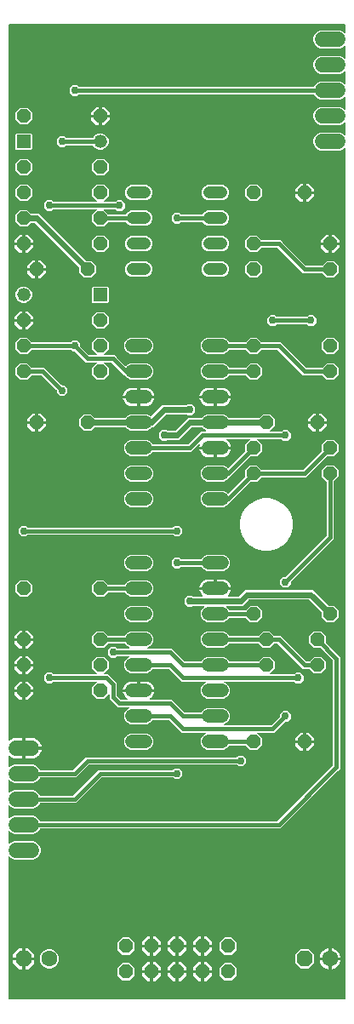
<source format=gbr>
G04 EAGLE Gerber RS-274X export*
G75*
%MOMM*%
%FSLAX34Y34*%
%LPD*%
%INTop Copper*%
%IPPOS*%
%AMOC8*
5,1,8,0,0,1.08239X$1,22.5*%
G01*
%ADD10P,1.429621X8X22.500000*%
%ADD11P,1.429621X8X202.500000*%
%ADD12P,1.732040X8X202.500000*%
%ADD13C,1.600200*%
%ADD14C,1.320800*%
%ADD15R,1.320800X1.320800*%
%ADD16C,1.320800*%
%ADD17C,1.208000*%
%ADD18P,1.539592X8X22.500000*%
%ADD19C,1.524000*%
%ADD20C,0.609600*%
%ADD21C,0.756400*%
%ADD22C,0.406400*%

G36*
X344698Y10164D02*
X344698Y10164D01*
X344717Y10162D01*
X344819Y10184D01*
X344921Y10200D01*
X344938Y10210D01*
X344958Y10214D01*
X345047Y10267D01*
X345138Y10316D01*
X345152Y10330D01*
X345169Y10340D01*
X345236Y10419D01*
X345308Y10494D01*
X345316Y10512D01*
X345329Y10527D01*
X345368Y10623D01*
X345411Y10717D01*
X345413Y10737D01*
X345421Y10755D01*
X345439Y10922D01*
X345439Y856449D01*
X345428Y856520D01*
X345426Y856591D01*
X345408Y856640D01*
X345400Y856692D01*
X345366Y856755D01*
X345341Y856822D01*
X345309Y856863D01*
X345284Y856909D01*
X345232Y856958D01*
X345188Y857014D01*
X345144Y857043D01*
X345106Y857078D01*
X345041Y857109D01*
X344981Y857147D01*
X344930Y857160D01*
X344883Y857182D01*
X344812Y857190D01*
X344742Y857207D01*
X344690Y857203D01*
X344639Y857209D01*
X344568Y857194D01*
X344497Y857188D01*
X344449Y857168D01*
X344398Y857157D01*
X344337Y857120D01*
X344271Y857092D01*
X344215Y857047D01*
X344187Y857031D01*
X344172Y857013D01*
X344140Y856987D01*
X343000Y855847D01*
X339639Y854455D01*
X320761Y854455D01*
X317400Y855847D01*
X314827Y858420D01*
X313435Y861781D01*
X313435Y865419D01*
X314827Y868780D01*
X317400Y871353D01*
X320761Y872745D01*
X339639Y872745D01*
X343000Y871353D01*
X344140Y870213D01*
X344198Y870171D01*
X344250Y870122D01*
X344297Y870100D01*
X344339Y870069D01*
X344408Y870048D01*
X344473Y870018D01*
X344525Y870012D01*
X344575Y869997D01*
X344646Y869999D01*
X344717Y869991D01*
X344768Y870002D01*
X344820Y870003D01*
X344888Y870028D01*
X344958Y870043D01*
X345003Y870070D01*
X345051Y870088D01*
X345107Y870133D01*
X345169Y870169D01*
X345203Y870209D01*
X345243Y870241D01*
X345282Y870302D01*
X345329Y870356D01*
X345348Y870405D01*
X345376Y870448D01*
X345394Y870518D01*
X345421Y870584D01*
X345429Y870656D01*
X345437Y870687D01*
X345435Y870710D01*
X345439Y870751D01*
X345439Y881849D01*
X345428Y881920D01*
X345426Y881991D01*
X345408Y882040D01*
X345400Y882092D01*
X345366Y882155D01*
X345341Y882222D01*
X345309Y882263D01*
X345284Y882309D01*
X345232Y882358D01*
X345188Y882414D01*
X345144Y882443D01*
X345106Y882478D01*
X345041Y882509D01*
X344981Y882547D01*
X344930Y882560D01*
X344883Y882582D01*
X344812Y882590D01*
X344742Y882607D01*
X344690Y882603D01*
X344639Y882609D01*
X344568Y882594D01*
X344497Y882588D01*
X344449Y882568D01*
X344398Y882557D01*
X344337Y882520D01*
X344271Y882492D01*
X344215Y882447D01*
X344187Y882431D01*
X344172Y882413D01*
X344140Y882387D01*
X343000Y881247D01*
X339639Y879855D01*
X320761Y879855D01*
X317400Y881247D01*
X314827Y883820D01*
X313435Y887181D01*
X313435Y890819D01*
X314827Y894180D01*
X317400Y896753D01*
X320761Y898145D01*
X339639Y898145D01*
X343000Y896753D01*
X344140Y895613D01*
X344198Y895571D01*
X344250Y895522D01*
X344297Y895500D01*
X344339Y895469D01*
X344408Y895448D01*
X344473Y895418D01*
X344525Y895412D01*
X344575Y895397D01*
X344646Y895399D01*
X344717Y895391D01*
X344768Y895402D01*
X344820Y895403D01*
X344888Y895428D01*
X344958Y895443D01*
X345003Y895470D01*
X345051Y895488D01*
X345107Y895533D01*
X345169Y895569D01*
X345203Y895609D01*
X345243Y895641D01*
X345282Y895702D01*
X345329Y895756D01*
X345348Y895805D01*
X345376Y895848D01*
X345394Y895918D01*
X345421Y895984D01*
X345429Y896056D01*
X345437Y896087D01*
X345435Y896110D01*
X345439Y896151D01*
X345439Y907249D01*
X345428Y907320D01*
X345426Y907391D01*
X345408Y907440D01*
X345400Y907492D01*
X345366Y907555D01*
X345341Y907622D01*
X345309Y907663D01*
X345284Y907709D01*
X345232Y907758D01*
X345188Y907814D01*
X345144Y907843D01*
X345106Y907878D01*
X345041Y907909D01*
X344981Y907947D01*
X344930Y907960D01*
X344883Y907982D01*
X344812Y907990D01*
X344742Y908007D01*
X344690Y908003D01*
X344639Y908009D01*
X344568Y907994D01*
X344497Y907988D01*
X344449Y907968D01*
X344398Y907957D01*
X344337Y907920D01*
X344271Y907892D01*
X344215Y907847D01*
X344187Y907831D01*
X344172Y907813D01*
X344140Y907787D01*
X343000Y906647D01*
X339639Y905255D01*
X320761Y905255D01*
X317400Y906647D01*
X314827Y909220D01*
X314350Y910373D01*
X314288Y910473D01*
X314228Y910573D01*
X314223Y910577D01*
X314220Y910582D01*
X314130Y910657D01*
X314041Y910733D01*
X314035Y910735D01*
X314031Y910739D01*
X313922Y910781D01*
X313813Y910825D01*
X313806Y910826D01*
X313801Y910827D01*
X313783Y910828D01*
X313646Y910843D01*
X80463Y910843D01*
X80373Y910829D01*
X80282Y910821D01*
X80253Y910809D01*
X80221Y910804D01*
X80140Y910761D01*
X80056Y910725D01*
X80024Y910699D01*
X80003Y910688D01*
X79981Y910665D01*
X79925Y910620D01*
X78398Y909093D01*
X74002Y909093D01*
X70893Y912202D01*
X70893Y916598D01*
X74002Y919707D01*
X78398Y919707D01*
X79925Y918180D01*
X79999Y918127D01*
X80069Y918067D01*
X80099Y918055D01*
X80125Y918036D01*
X80212Y918009D01*
X80297Y917975D01*
X80338Y917971D01*
X80360Y917964D01*
X80392Y917965D01*
X80463Y917957D01*
X313646Y917957D01*
X313761Y917976D01*
X313877Y917993D01*
X313883Y917995D01*
X313889Y917996D01*
X313992Y918051D01*
X314097Y918104D01*
X314101Y918109D01*
X314107Y918112D01*
X314186Y918196D01*
X314269Y918280D01*
X314272Y918286D01*
X314276Y918290D01*
X314284Y918307D01*
X314350Y918427D01*
X314827Y919580D01*
X317400Y922153D01*
X320761Y923545D01*
X339639Y923545D01*
X343000Y922153D01*
X344140Y921013D01*
X344198Y920971D01*
X344250Y920922D01*
X344297Y920900D01*
X344339Y920869D01*
X344408Y920848D01*
X344473Y920818D01*
X344525Y920812D01*
X344575Y920797D01*
X344646Y920799D01*
X344717Y920791D01*
X344768Y920802D01*
X344820Y920803D01*
X344888Y920828D01*
X344958Y920843D01*
X345003Y920870D01*
X345051Y920888D01*
X345107Y920933D01*
X345169Y920969D01*
X345203Y921009D01*
X345243Y921041D01*
X345282Y921102D01*
X345329Y921156D01*
X345348Y921205D01*
X345376Y921248D01*
X345394Y921318D01*
X345421Y921384D01*
X345429Y921456D01*
X345437Y921487D01*
X345435Y921510D01*
X345439Y921551D01*
X345439Y932649D01*
X345428Y932720D01*
X345426Y932791D01*
X345408Y932840D01*
X345400Y932892D01*
X345366Y932955D01*
X345341Y933022D01*
X345309Y933063D01*
X345284Y933109D01*
X345232Y933158D01*
X345188Y933214D01*
X345144Y933243D01*
X345106Y933278D01*
X345041Y933309D01*
X344981Y933347D01*
X344930Y933360D01*
X344883Y933382D01*
X344812Y933390D01*
X344742Y933407D01*
X344690Y933403D01*
X344639Y933409D01*
X344568Y933394D01*
X344497Y933388D01*
X344449Y933368D01*
X344398Y933357D01*
X344337Y933320D01*
X344271Y933292D01*
X344215Y933247D01*
X344187Y933231D01*
X344172Y933213D01*
X344140Y933187D01*
X343000Y932047D01*
X339639Y930655D01*
X320761Y930655D01*
X317400Y932047D01*
X314827Y934620D01*
X313435Y937981D01*
X313435Y941619D01*
X314827Y944980D01*
X317400Y947553D01*
X320761Y948945D01*
X339639Y948945D01*
X343000Y947553D01*
X344140Y946413D01*
X344198Y946371D01*
X344250Y946322D01*
X344297Y946300D01*
X344339Y946269D01*
X344408Y946248D01*
X344473Y946218D01*
X344525Y946212D01*
X344575Y946197D01*
X344646Y946199D01*
X344717Y946191D01*
X344768Y946202D01*
X344820Y946203D01*
X344888Y946228D01*
X344958Y946243D01*
X345003Y946270D01*
X345051Y946288D01*
X345107Y946333D01*
X345169Y946369D01*
X345203Y946409D01*
X345243Y946441D01*
X345282Y946502D01*
X345329Y946556D01*
X345348Y946605D01*
X345376Y946648D01*
X345394Y946718D01*
X345421Y946784D01*
X345429Y946856D01*
X345437Y946887D01*
X345435Y946910D01*
X345439Y946951D01*
X345439Y958049D01*
X345428Y958120D01*
X345426Y958191D01*
X345408Y958240D01*
X345400Y958292D01*
X345366Y958355D01*
X345341Y958422D01*
X345309Y958463D01*
X345284Y958509D01*
X345232Y958558D01*
X345188Y958614D01*
X345144Y958643D01*
X345106Y958678D01*
X345041Y958709D01*
X344981Y958747D01*
X344930Y958760D01*
X344883Y958782D01*
X344812Y958790D01*
X344742Y958807D01*
X344690Y958803D01*
X344639Y958809D01*
X344568Y958794D01*
X344497Y958788D01*
X344449Y958768D01*
X344398Y958757D01*
X344337Y958720D01*
X344271Y958692D01*
X344215Y958647D01*
X344187Y958631D01*
X344172Y958613D01*
X344140Y958587D01*
X343000Y957447D01*
X339639Y956055D01*
X320761Y956055D01*
X317400Y957447D01*
X314827Y960020D01*
X313435Y963381D01*
X313435Y967019D01*
X314827Y970380D01*
X317400Y972953D01*
X320761Y974345D01*
X339639Y974345D01*
X343000Y972953D01*
X344140Y971813D01*
X344198Y971771D01*
X344250Y971722D01*
X344297Y971700D01*
X344339Y971669D01*
X344408Y971648D01*
X344473Y971618D01*
X344525Y971612D01*
X344575Y971597D01*
X344646Y971599D01*
X344717Y971591D01*
X344768Y971602D01*
X344820Y971603D01*
X344888Y971628D01*
X344958Y971643D01*
X345003Y971670D01*
X345051Y971688D01*
X345107Y971733D01*
X345169Y971769D01*
X345203Y971809D01*
X345243Y971841D01*
X345282Y971902D01*
X345329Y971956D01*
X345348Y972005D01*
X345376Y972048D01*
X345394Y972118D01*
X345421Y972184D01*
X345429Y972256D01*
X345437Y972287D01*
X345435Y972310D01*
X345439Y972351D01*
X345439Y979675D01*
X345436Y979695D01*
X345438Y979715D01*
X345416Y979816D01*
X345400Y979918D01*
X345390Y979935D01*
X345386Y979955D01*
X345333Y980044D01*
X345284Y980135D01*
X345270Y980149D01*
X345260Y980166D01*
X345181Y980233D01*
X345106Y980304D01*
X345088Y980313D01*
X345073Y980326D01*
X344977Y980364D01*
X344883Y980408D01*
X344863Y980410D01*
X344845Y980418D01*
X344678Y980436D01*
X10922Y980342D01*
X10902Y980339D01*
X10883Y980341D01*
X10781Y980319D01*
X10679Y980303D01*
X10662Y980293D01*
X10642Y980289D01*
X10553Y980236D01*
X10462Y980187D01*
X10448Y980173D01*
X10431Y980163D01*
X10364Y980084D01*
X10292Y980009D01*
X10284Y979991D01*
X10271Y979976D01*
X10232Y979880D01*
X10189Y979786D01*
X10187Y979766D01*
X10179Y979748D01*
X10161Y979581D01*
X10161Y268868D01*
X10163Y268856D01*
X10161Y268844D01*
X10182Y268735D01*
X10200Y268625D01*
X10206Y268614D01*
X10208Y268603D01*
X10264Y268506D01*
X10316Y268408D01*
X10324Y268399D01*
X10330Y268389D01*
X10413Y268315D01*
X10494Y268238D01*
X10505Y268233D01*
X10514Y268225D01*
X10616Y268181D01*
X10717Y268135D01*
X10729Y268133D01*
X10740Y268128D01*
X10851Y268120D01*
X10961Y268107D01*
X10973Y268110D01*
X10985Y268109D01*
X11093Y268136D01*
X11202Y268160D01*
X11212Y268166D01*
X11224Y268169D01*
X11369Y268252D01*
X12455Y269040D01*
X13880Y269766D01*
X15401Y270261D01*
X16980Y270511D01*
X23877Y270511D01*
X23877Y261112D01*
X23880Y261092D01*
X23878Y261073D01*
X23900Y260971D01*
X23917Y260869D01*
X23926Y260852D01*
X23930Y260832D01*
X23983Y260743D01*
X24032Y260652D01*
X24046Y260638D01*
X24056Y260621D01*
X24135Y260554D01*
X24210Y260483D01*
X24228Y260474D01*
X24243Y260461D01*
X24339Y260423D01*
X24433Y260379D01*
X24453Y260377D01*
X24471Y260369D01*
X24638Y260351D01*
X25401Y260351D01*
X25401Y260349D01*
X24638Y260349D01*
X24618Y260346D01*
X24599Y260348D01*
X24497Y260326D01*
X24395Y260309D01*
X24378Y260300D01*
X24358Y260296D01*
X24269Y260243D01*
X24178Y260194D01*
X24164Y260180D01*
X24147Y260170D01*
X24080Y260091D01*
X24009Y260016D01*
X24000Y259998D01*
X23987Y259983D01*
X23948Y259887D01*
X23905Y259793D01*
X23903Y259773D01*
X23895Y259755D01*
X23877Y259588D01*
X23877Y250189D01*
X16980Y250189D01*
X15401Y250439D01*
X13880Y250934D01*
X12455Y251660D01*
X11369Y252448D01*
X11359Y252454D01*
X11350Y252462D01*
X11249Y252509D01*
X11150Y252559D01*
X11138Y252560D01*
X11127Y252565D01*
X11016Y252578D01*
X10906Y252593D01*
X10894Y252591D01*
X10883Y252593D01*
X10774Y252569D01*
X10664Y252549D01*
X10654Y252543D01*
X10642Y252540D01*
X10546Y252483D01*
X10449Y252429D01*
X10441Y252420D01*
X10431Y252414D01*
X10359Y252329D01*
X10284Y252247D01*
X10279Y252236D01*
X10271Y252227D01*
X10229Y252124D01*
X10185Y252022D01*
X10184Y252010D01*
X10179Y251999D01*
X10161Y251832D01*
X10161Y242101D01*
X10172Y242030D01*
X10174Y241959D01*
X10192Y241910D01*
X10200Y241858D01*
X10234Y241795D01*
X10259Y241728D01*
X10291Y241687D01*
X10316Y241641D01*
X10368Y241592D01*
X10412Y241536D01*
X10456Y241507D01*
X10494Y241472D01*
X10559Y241441D01*
X10619Y241403D01*
X10670Y241390D01*
X10717Y241368D01*
X10788Y241360D01*
X10858Y241343D01*
X10910Y241347D01*
X10961Y241341D01*
X11032Y241356D01*
X11103Y241362D01*
X11151Y241382D01*
X11202Y241393D01*
X11263Y241430D01*
X11329Y241458D01*
X11385Y241503D01*
X11413Y241519D01*
X11428Y241537D01*
X11460Y241563D01*
X12600Y242703D01*
X15961Y244095D01*
X34839Y244095D01*
X38200Y242703D01*
X40773Y240130D01*
X41250Y238977D01*
X41312Y238877D01*
X41372Y238777D01*
X41377Y238773D01*
X41380Y238768D01*
X41470Y238693D01*
X41559Y238617D01*
X41565Y238615D01*
X41569Y238611D01*
X41678Y238569D01*
X41787Y238525D01*
X41794Y238524D01*
X41799Y238523D01*
X41817Y238522D01*
X41954Y238507D01*
X74411Y238507D01*
X74502Y238521D01*
X74592Y238529D01*
X74622Y238541D01*
X74654Y238546D01*
X74735Y238589D01*
X74819Y238625D01*
X74851Y238651D01*
X74872Y238662D01*
X74894Y238685D01*
X74950Y238730D01*
X87427Y251207D01*
X237037Y251207D01*
X237127Y251221D01*
X237218Y251229D01*
X237247Y251241D01*
X237279Y251246D01*
X237360Y251289D01*
X237444Y251325D01*
X237476Y251351D01*
X237497Y251362D01*
X237519Y251385D01*
X237575Y251430D01*
X239102Y252957D01*
X243498Y252957D01*
X246607Y249848D01*
X246607Y245452D01*
X243498Y242343D01*
X239102Y242343D01*
X237575Y243870D01*
X237501Y243923D01*
X237431Y243983D01*
X237401Y243995D01*
X237375Y244014D01*
X237288Y244041D01*
X237203Y244075D01*
X237162Y244079D01*
X237140Y244086D01*
X237108Y244085D01*
X237037Y244093D01*
X90689Y244093D01*
X90598Y244079D01*
X90508Y244071D01*
X90478Y244059D01*
X90446Y244054D01*
X90365Y244011D01*
X90281Y243975D01*
X90249Y243949D01*
X90228Y243938D01*
X90206Y243915D01*
X90150Y243870D01*
X77673Y231393D01*
X41954Y231393D01*
X41839Y231374D01*
X41723Y231357D01*
X41717Y231355D01*
X41711Y231354D01*
X41608Y231299D01*
X41503Y231246D01*
X41499Y231241D01*
X41493Y231238D01*
X41414Y231154D01*
X41331Y231070D01*
X41328Y231064D01*
X41324Y231060D01*
X41316Y231043D01*
X41250Y230923D01*
X40773Y229770D01*
X38200Y227197D01*
X34839Y225805D01*
X15961Y225805D01*
X12600Y227197D01*
X11460Y228337D01*
X11402Y228379D01*
X11350Y228428D01*
X11303Y228450D01*
X11261Y228481D01*
X11192Y228502D01*
X11127Y228532D01*
X11075Y228538D01*
X11025Y228553D01*
X10954Y228551D01*
X10883Y228559D01*
X10832Y228548D01*
X10780Y228547D01*
X10712Y228522D01*
X10642Y228507D01*
X10597Y228480D01*
X10549Y228462D01*
X10493Y228417D01*
X10431Y228381D01*
X10397Y228341D01*
X10357Y228309D01*
X10318Y228248D01*
X10271Y228194D01*
X10252Y228145D01*
X10224Y228102D01*
X10206Y228032D01*
X10179Y227966D01*
X10171Y227894D01*
X10163Y227863D01*
X10165Y227840D01*
X10161Y227799D01*
X10161Y216701D01*
X10172Y216630D01*
X10174Y216559D01*
X10192Y216510D01*
X10200Y216458D01*
X10234Y216395D01*
X10259Y216328D01*
X10291Y216287D01*
X10316Y216241D01*
X10368Y216192D01*
X10412Y216136D01*
X10456Y216107D01*
X10494Y216072D01*
X10559Y216041D01*
X10619Y216003D01*
X10670Y215990D01*
X10717Y215968D01*
X10788Y215960D01*
X10858Y215943D01*
X10910Y215947D01*
X10961Y215941D01*
X11032Y215956D01*
X11103Y215962D01*
X11151Y215982D01*
X11202Y215993D01*
X11263Y216030D01*
X11329Y216058D01*
X11385Y216103D01*
X11413Y216119D01*
X11428Y216137D01*
X11460Y216163D01*
X12600Y217303D01*
X15961Y218695D01*
X34839Y218695D01*
X38200Y217303D01*
X40773Y214730D01*
X41250Y213577D01*
X41312Y213477D01*
X41372Y213377D01*
X41377Y213373D01*
X41380Y213368D01*
X41470Y213293D01*
X41559Y213217D01*
X41565Y213215D01*
X41569Y213211D01*
X41678Y213169D01*
X41787Y213125D01*
X41794Y213124D01*
X41799Y213123D01*
X41817Y213122D01*
X41954Y213107D01*
X74411Y213107D01*
X74502Y213121D01*
X74592Y213129D01*
X74622Y213141D01*
X74654Y213146D01*
X74735Y213189D01*
X74819Y213225D01*
X74851Y213251D01*
X74872Y213262D01*
X74894Y213285D01*
X74950Y213330D01*
X100127Y238507D01*
X173537Y238507D01*
X173627Y238521D01*
X173718Y238529D01*
X173747Y238541D01*
X173779Y238546D01*
X173860Y238589D01*
X173944Y238625D01*
X173976Y238651D01*
X173997Y238662D01*
X174019Y238685D01*
X174075Y238730D01*
X175602Y240257D01*
X179998Y240257D01*
X183107Y237148D01*
X183107Y232752D01*
X179998Y229643D01*
X175602Y229643D01*
X174075Y231170D01*
X174001Y231223D01*
X173931Y231283D01*
X173901Y231295D01*
X173875Y231314D01*
X173788Y231341D01*
X173703Y231375D01*
X173662Y231379D01*
X173640Y231386D01*
X173608Y231385D01*
X173537Y231393D01*
X103389Y231393D01*
X103298Y231379D01*
X103208Y231371D01*
X103178Y231359D01*
X103146Y231354D01*
X103065Y231311D01*
X102981Y231275D01*
X102949Y231249D01*
X102928Y231238D01*
X102906Y231215D01*
X102850Y231170D01*
X77673Y205993D01*
X41954Y205993D01*
X41839Y205974D01*
X41723Y205957D01*
X41717Y205955D01*
X41711Y205954D01*
X41608Y205899D01*
X41503Y205846D01*
X41499Y205841D01*
X41493Y205838D01*
X41414Y205754D01*
X41331Y205670D01*
X41328Y205664D01*
X41324Y205660D01*
X41316Y205643D01*
X41250Y205523D01*
X40773Y204370D01*
X38200Y201797D01*
X34839Y200405D01*
X15961Y200405D01*
X12600Y201797D01*
X11460Y202937D01*
X11402Y202979D01*
X11350Y203028D01*
X11303Y203050D01*
X11261Y203081D01*
X11192Y203102D01*
X11127Y203132D01*
X11075Y203138D01*
X11025Y203153D01*
X10954Y203151D01*
X10883Y203159D01*
X10832Y203148D01*
X10780Y203147D01*
X10712Y203122D01*
X10642Y203107D01*
X10597Y203080D01*
X10549Y203062D01*
X10493Y203017D01*
X10431Y202981D01*
X10397Y202941D01*
X10357Y202909D01*
X10318Y202848D01*
X10271Y202794D01*
X10252Y202745D01*
X10224Y202702D01*
X10206Y202632D01*
X10179Y202566D01*
X10171Y202494D01*
X10163Y202463D01*
X10165Y202440D01*
X10161Y202399D01*
X10161Y191301D01*
X10172Y191230D01*
X10174Y191159D01*
X10192Y191110D01*
X10200Y191058D01*
X10234Y190995D01*
X10259Y190928D01*
X10291Y190887D01*
X10316Y190841D01*
X10368Y190792D01*
X10412Y190736D01*
X10456Y190707D01*
X10494Y190672D01*
X10559Y190641D01*
X10619Y190603D01*
X10670Y190590D01*
X10717Y190568D01*
X10788Y190560D01*
X10858Y190543D01*
X10910Y190547D01*
X10961Y190541D01*
X11032Y190556D01*
X11103Y190562D01*
X11151Y190582D01*
X11202Y190593D01*
X11263Y190630D01*
X11329Y190658D01*
X11385Y190703D01*
X11413Y190719D01*
X11428Y190737D01*
X11460Y190763D01*
X12600Y191903D01*
X15961Y193295D01*
X34839Y193295D01*
X38200Y191903D01*
X40773Y189330D01*
X41250Y188177D01*
X41312Y188077D01*
X41372Y187977D01*
X41377Y187973D01*
X41380Y187968D01*
X41470Y187893D01*
X41559Y187817D01*
X41565Y187815D01*
X41569Y187811D01*
X41678Y187769D01*
X41787Y187725D01*
X41794Y187724D01*
X41799Y187723D01*
X41817Y187722D01*
X41954Y187707D01*
X277611Y187707D01*
X277702Y187721D01*
X277792Y187729D01*
X277822Y187741D01*
X277854Y187746D01*
X277935Y187789D01*
X278019Y187825D01*
X278051Y187851D01*
X278072Y187862D01*
X278094Y187885D01*
X278150Y187930D01*
X332770Y242550D01*
X332823Y242624D01*
X332883Y242694D01*
X332895Y242724D01*
X332914Y242750D01*
X332941Y242837D01*
X332975Y242922D01*
X332979Y242963D01*
X332986Y242985D01*
X332985Y243017D01*
X332993Y243089D01*
X332993Y347461D01*
X332979Y347552D01*
X332971Y347642D01*
X332959Y347672D01*
X332954Y347704D01*
X332911Y347785D01*
X332875Y347869D01*
X332849Y347901D01*
X332838Y347922D01*
X332815Y347944D01*
X332770Y348000D01*
X320822Y359948D01*
X320748Y360001D01*
X320678Y360061D01*
X320648Y360073D01*
X320622Y360092D01*
X320535Y360119D01*
X320450Y360153D01*
X320409Y360157D01*
X320387Y360164D01*
X320355Y360163D01*
X320283Y360171D01*
X314133Y360171D01*
X309371Y364933D01*
X309371Y371667D01*
X314133Y376429D01*
X320867Y376429D01*
X325629Y371667D01*
X325629Y365517D01*
X325643Y365426D01*
X325651Y365336D01*
X325663Y365306D01*
X325668Y365274D01*
X325711Y365193D01*
X325747Y365109D01*
X325773Y365077D01*
X325784Y365056D01*
X325807Y365034D01*
X325852Y364978D01*
X340107Y350723D01*
X340107Y239827D01*
X337800Y237520D01*
X283180Y182900D01*
X280873Y180593D01*
X41954Y180593D01*
X41839Y180574D01*
X41723Y180557D01*
X41717Y180555D01*
X41711Y180554D01*
X41608Y180499D01*
X41503Y180446D01*
X41499Y180441D01*
X41493Y180438D01*
X41414Y180354D01*
X41331Y180270D01*
X41328Y180264D01*
X41324Y180260D01*
X41316Y180243D01*
X41250Y180123D01*
X40773Y178970D01*
X38200Y176397D01*
X34839Y175005D01*
X15961Y175005D01*
X12600Y176397D01*
X11460Y177537D01*
X11402Y177579D01*
X11350Y177628D01*
X11303Y177650D01*
X11261Y177681D01*
X11192Y177702D01*
X11127Y177732D01*
X11075Y177738D01*
X11025Y177753D01*
X10954Y177751D01*
X10883Y177759D01*
X10832Y177748D01*
X10780Y177747D01*
X10712Y177722D01*
X10642Y177707D01*
X10597Y177680D01*
X10549Y177662D01*
X10493Y177617D01*
X10431Y177581D01*
X10397Y177541D01*
X10357Y177509D01*
X10318Y177448D01*
X10271Y177394D01*
X10252Y177345D01*
X10224Y177302D01*
X10206Y177232D01*
X10179Y177166D01*
X10171Y177094D01*
X10163Y177063D01*
X10165Y177040D01*
X10161Y176999D01*
X10161Y165901D01*
X10172Y165830D01*
X10174Y165759D01*
X10192Y165710D01*
X10200Y165658D01*
X10234Y165595D01*
X10259Y165528D01*
X10291Y165487D01*
X10316Y165441D01*
X10368Y165392D01*
X10412Y165336D01*
X10456Y165307D01*
X10494Y165272D01*
X10559Y165241D01*
X10619Y165203D01*
X10670Y165190D01*
X10717Y165168D01*
X10788Y165160D01*
X10858Y165143D01*
X10910Y165147D01*
X10961Y165141D01*
X11032Y165156D01*
X11103Y165162D01*
X11151Y165182D01*
X11202Y165193D01*
X11263Y165230D01*
X11329Y165258D01*
X11385Y165303D01*
X11413Y165319D01*
X11428Y165337D01*
X11460Y165363D01*
X12600Y166503D01*
X15961Y167895D01*
X34839Y167895D01*
X38200Y166503D01*
X40773Y163930D01*
X42165Y160569D01*
X42165Y156931D01*
X40773Y153570D01*
X38200Y150997D01*
X34839Y149605D01*
X15961Y149605D01*
X12600Y150997D01*
X11460Y152137D01*
X11402Y152179D01*
X11350Y152228D01*
X11303Y152250D01*
X11261Y152281D01*
X11192Y152302D01*
X11127Y152332D01*
X11075Y152338D01*
X11025Y152353D01*
X10954Y152351D01*
X10883Y152359D01*
X10832Y152348D01*
X10780Y152347D01*
X10712Y152322D01*
X10642Y152307D01*
X10597Y152280D01*
X10549Y152262D01*
X10493Y152217D01*
X10431Y152181D01*
X10397Y152141D01*
X10357Y152109D01*
X10318Y152048D01*
X10271Y151994D01*
X10252Y151945D01*
X10224Y151902D01*
X10206Y151832D01*
X10179Y151766D01*
X10171Y151694D01*
X10163Y151663D01*
X10165Y151640D01*
X10161Y151599D01*
X10161Y10922D01*
X10164Y10902D01*
X10162Y10883D01*
X10184Y10781D01*
X10200Y10679D01*
X10210Y10662D01*
X10214Y10642D01*
X10267Y10553D01*
X10316Y10462D01*
X10330Y10448D01*
X10340Y10431D01*
X10419Y10364D01*
X10494Y10292D01*
X10512Y10284D01*
X10527Y10271D01*
X10623Y10232D01*
X10717Y10189D01*
X10737Y10187D01*
X10755Y10179D01*
X10922Y10161D01*
X344678Y10161D01*
X344698Y10164D01*
G37*
%LPC*%
G36*
X207679Y258571D02*
X207679Y258571D01*
X204691Y259809D01*
X202405Y262095D01*
X201167Y265083D01*
X201167Y268317D01*
X202405Y271305D01*
X204691Y273591D01*
X206593Y274379D01*
X206676Y274430D01*
X206762Y274476D01*
X206779Y274494D01*
X206802Y274508D01*
X206864Y274584D01*
X206931Y274654D01*
X206942Y274678D01*
X206959Y274698D01*
X206993Y274789D01*
X207035Y274877D01*
X207037Y274903D01*
X207047Y274927D01*
X207051Y275025D01*
X207062Y275121D01*
X207056Y275147D01*
X207057Y275173D01*
X207030Y275267D01*
X207009Y275362D01*
X206996Y275384D01*
X206989Y275409D01*
X206933Y275489D01*
X206883Y275573D01*
X206863Y275590D01*
X206848Y275611D01*
X206770Y275670D01*
X206696Y275733D01*
X206672Y275743D01*
X206651Y275758D01*
X206559Y275788D01*
X206468Y275825D01*
X206436Y275828D01*
X206417Y275834D01*
X206384Y275834D01*
X206301Y275843D01*
X182677Y275843D01*
X170200Y288320D01*
X170126Y288373D01*
X170056Y288433D01*
X170026Y288445D01*
X170000Y288464D01*
X169913Y288491D01*
X169828Y288525D01*
X169787Y288529D01*
X169765Y288536D01*
X169733Y288535D01*
X169661Y288543D01*
X154138Y288543D01*
X154023Y288524D01*
X153907Y288507D01*
X153901Y288505D01*
X153895Y288504D01*
X153793Y288449D01*
X153688Y288396D01*
X153683Y288391D01*
X153678Y288388D01*
X153598Y288304D01*
X153515Y288220D01*
X153512Y288214D01*
X153508Y288210D01*
X153501Y288193D01*
X153435Y288073D01*
X153195Y287495D01*
X150909Y285209D01*
X147921Y283971D01*
X131479Y283971D01*
X128491Y285209D01*
X126205Y287495D01*
X124967Y290483D01*
X124967Y293717D01*
X126205Y296705D01*
X128491Y298991D01*
X130393Y299779D01*
X130476Y299830D01*
X130562Y299876D01*
X130579Y299894D01*
X130602Y299908D01*
X130664Y299984D01*
X130731Y300054D01*
X130742Y300078D01*
X130759Y300098D01*
X130793Y300189D01*
X130835Y300277D01*
X130837Y300303D01*
X130847Y300327D01*
X130851Y300425D01*
X130862Y300521D01*
X130856Y300547D01*
X130857Y300573D01*
X130830Y300667D01*
X130809Y300762D01*
X130796Y300784D01*
X130789Y300809D01*
X130733Y300889D01*
X130683Y300973D01*
X130663Y300990D01*
X130648Y301011D01*
X130570Y301070D01*
X130496Y301133D01*
X130472Y301143D01*
X130451Y301158D01*
X130359Y301188D01*
X130268Y301225D01*
X130236Y301228D01*
X130217Y301234D01*
X130184Y301234D01*
X130101Y301243D01*
X119177Y301243D01*
X110743Y309677D01*
X110743Y313310D01*
X110732Y313380D01*
X110730Y313452D01*
X110712Y313501D01*
X110704Y313552D01*
X110670Y313616D01*
X110645Y313683D01*
X110613Y313724D01*
X110588Y313770D01*
X110536Y313819D01*
X110492Y313875D01*
X110448Y313903D01*
X110410Y313939D01*
X110345Y313969D01*
X110285Y314008D01*
X110234Y314021D01*
X110187Y314043D01*
X110116Y314051D01*
X110046Y314068D01*
X109994Y314064D01*
X109943Y314070D01*
X109872Y314055D01*
X109801Y314049D01*
X109753Y314029D01*
X109702Y314018D01*
X109641Y313981D01*
X109575Y313953D01*
X109519Y313908D01*
X109491Y313891D01*
X109476Y313874D01*
X109444Y313848D01*
X104967Y309371D01*
X98233Y309371D01*
X93471Y314133D01*
X93471Y320867D01*
X97948Y325344D01*
X97990Y325402D01*
X98039Y325454D01*
X98061Y325501D01*
X98092Y325543D01*
X98113Y325612D01*
X98143Y325677D01*
X98149Y325729D01*
X98164Y325779D01*
X98162Y325850D01*
X98170Y325921D01*
X98159Y325972D01*
X98158Y326024D01*
X98133Y326092D01*
X98118Y326162D01*
X98091Y326207D01*
X98073Y326255D01*
X98028Y326311D01*
X97991Y326373D01*
X97952Y326407D01*
X97919Y326447D01*
X97859Y326486D01*
X97805Y326533D01*
X97756Y326552D01*
X97712Y326580D01*
X97643Y326598D01*
X97576Y326625D01*
X97505Y326633D01*
X97474Y326641D01*
X97451Y326639D01*
X97410Y326643D01*
X55063Y326643D01*
X54973Y326629D01*
X54882Y326621D01*
X54853Y326609D01*
X54821Y326604D01*
X54740Y326561D01*
X54656Y326525D01*
X54624Y326499D01*
X54603Y326488D01*
X54581Y326465D01*
X54525Y326420D01*
X52998Y324893D01*
X48602Y324893D01*
X45493Y328002D01*
X45493Y332398D01*
X48602Y335507D01*
X52998Y335507D01*
X54525Y333980D01*
X54599Y333927D01*
X54669Y333867D01*
X54699Y333855D01*
X54725Y333836D01*
X54812Y333809D01*
X54897Y333775D01*
X54938Y333771D01*
X54960Y333764D01*
X54992Y333765D01*
X55063Y333757D01*
X97410Y333757D01*
X97480Y333768D01*
X97552Y333770D01*
X97601Y333788D01*
X97652Y333796D01*
X97716Y333830D01*
X97783Y333855D01*
X97824Y333887D01*
X97870Y333912D01*
X97919Y333964D01*
X97975Y334008D01*
X98003Y334052D01*
X98039Y334090D01*
X98069Y334155D01*
X98108Y334215D01*
X98121Y334266D01*
X98143Y334313D01*
X98151Y334384D01*
X98168Y334454D01*
X98164Y334506D01*
X98170Y334557D01*
X98155Y334628D01*
X98149Y334699D01*
X98129Y334747D01*
X98118Y334798D01*
X98081Y334859D01*
X98053Y334925D01*
X98008Y334981D01*
X97991Y335009D01*
X97974Y335024D01*
X97948Y335056D01*
X93471Y339533D01*
X93471Y346267D01*
X98233Y351029D01*
X104967Y351029D01*
X109729Y346267D01*
X109729Y339533D01*
X105252Y335056D01*
X105210Y334998D01*
X105161Y334946D01*
X105139Y334899D01*
X105108Y334857D01*
X105087Y334788D01*
X105057Y334723D01*
X105051Y334671D01*
X105036Y334621D01*
X105038Y334550D01*
X105030Y334479D01*
X105041Y334428D01*
X105042Y334376D01*
X105067Y334308D01*
X105082Y334238D01*
X105109Y334193D01*
X105127Y334145D01*
X105172Y334089D01*
X105209Y334027D01*
X105248Y333993D01*
X105281Y333953D01*
X105341Y333914D01*
X105395Y333867D01*
X105444Y333848D01*
X105488Y333820D01*
X105557Y333802D01*
X105624Y333775D01*
X105695Y333767D01*
X105726Y333759D01*
X105749Y333761D01*
X105790Y333757D01*
X109423Y333757D01*
X117857Y325323D01*
X117857Y312939D01*
X117871Y312848D01*
X117879Y312758D01*
X117891Y312728D01*
X117896Y312696D01*
X117939Y312615D01*
X117975Y312531D01*
X118001Y312499D01*
X118012Y312478D01*
X118035Y312456D01*
X118080Y312400D01*
X121900Y308580D01*
X121974Y308527D01*
X122044Y308467D01*
X122074Y308455D01*
X122100Y308436D01*
X122187Y308409D01*
X122272Y308375D01*
X122313Y308371D01*
X122335Y308364D01*
X122367Y308365D01*
X122439Y308357D01*
X127810Y308357D01*
X127833Y308360D01*
X127856Y308358D01*
X127954Y308380D01*
X128053Y308396D01*
X128073Y308407D01*
X128096Y308412D01*
X128182Y308465D01*
X128270Y308512D01*
X128286Y308528D01*
X128306Y308540D01*
X128371Y308617D01*
X128440Y308690D01*
X128450Y308711D01*
X128464Y308728D01*
X128501Y308822D01*
X128543Y308913D01*
X128546Y308936D01*
X128554Y308957D01*
X128559Y309058D01*
X128571Y309157D01*
X128566Y309180D01*
X128567Y309203D01*
X128540Y309300D01*
X128518Y309398D01*
X128506Y309418D01*
X128500Y309440D01*
X128444Y309523D01*
X128392Y309609D01*
X128375Y309624D01*
X128362Y309643D01*
X128233Y309751D01*
X127267Y310397D01*
X125993Y311670D01*
X124992Y313168D01*
X124303Y314833D01*
X124075Y315977D01*
X138938Y315977D01*
X138958Y315980D01*
X138977Y315978D01*
X139079Y316000D01*
X139181Y316017D01*
X139198Y316026D01*
X139218Y316030D01*
X139307Y316083D01*
X139398Y316132D01*
X139412Y316146D01*
X139429Y316156D01*
X139496Y316235D01*
X139567Y316310D01*
X139576Y316328D01*
X139589Y316343D01*
X139627Y316439D01*
X139671Y316533D01*
X139673Y316553D01*
X139681Y316571D01*
X139699Y316738D01*
X139699Y317501D01*
X139701Y317501D01*
X139701Y316738D01*
X139704Y316718D01*
X139702Y316699D01*
X139724Y316597D01*
X139741Y316495D01*
X139750Y316478D01*
X139754Y316458D01*
X139807Y316369D01*
X139856Y316278D01*
X139870Y316264D01*
X139880Y316247D01*
X139959Y316180D01*
X140034Y316109D01*
X140052Y316100D01*
X140067Y316087D01*
X140163Y316048D01*
X140257Y316005D01*
X140277Y316003D01*
X140295Y315995D01*
X140462Y315977D01*
X155325Y315977D01*
X155097Y314833D01*
X154408Y313168D01*
X153407Y311670D01*
X152133Y310397D01*
X151167Y309751D01*
X151150Y309735D01*
X151130Y309724D01*
X151060Y309652D01*
X150987Y309583D01*
X150976Y309563D01*
X150960Y309546D01*
X150918Y309455D01*
X150870Y309367D01*
X150866Y309344D01*
X150857Y309323D01*
X150846Y309223D01*
X150828Y309124D01*
X150832Y309101D01*
X150829Y309079D01*
X150851Y308980D01*
X150866Y308881D01*
X150877Y308861D01*
X150882Y308838D01*
X150933Y308752D01*
X150980Y308663D01*
X150996Y308647D01*
X151008Y308627D01*
X151084Y308562D01*
X151157Y308492D01*
X151177Y308482D01*
X151195Y308467D01*
X151288Y308430D01*
X151379Y308387D01*
X151402Y308384D01*
X151423Y308375D01*
X151590Y308357D01*
X172923Y308357D01*
X185400Y295880D01*
X185474Y295827D01*
X185544Y295767D01*
X185574Y295755D01*
X185600Y295736D01*
X185687Y295709D01*
X185772Y295675D01*
X185813Y295671D01*
X185835Y295664D01*
X185867Y295665D01*
X185939Y295657D01*
X201462Y295657D01*
X201577Y295676D01*
X201693Y295693D01*
X201699Y295695D01*
X201705Y295696D01*
X201807Y295751D01*
X201912Y295804D01*
X201917Y295809D01*
X201922Y295812D01*
X202002Y295896D01*
X202085Y295980D01*
X202088Y295986D01*
X202092Y295990D01*
X202099Y296007D01*
X202165Y296127D01*
X202405Y296705D01*
X204691Y298991D01*
X207679Y300229D01*
X224121Y300229D01*
X227109Y298991D01*
X229395Y296705D01*
X230633Y293717D01*
X230633Y290483D01*
X229395Y287495D01*
X227109Y285209D01*
X225207Y284421D01*
X225124Y284370D01*
X225038Y284324D01*
X225021Y284306D01*
X224998Y284292D01*
X224936Y284216D01*
X224869Y284146D01*
X224858Y284122D01*
X224841Y284102D01*
X224807Y284011D01*
X224765Y283923D01*
X224763Y283897D01*
X224753Y283873D01*
X224749Y283775D01*
X224738Y283679D01*
X224744Y283653D01*
X224743Y283627D01*
X224770Y283533D01*
X224791Y283438D01*
X224804Y283416D01*
X224811Y283391D01*
X224867Y283311D01*
X224917Y283227D01*
X224937Y283210D01*
X224952Y283189D01*
X225030Y283130D01*
X225104Y283067D01*
X225128Y283057D01*
X225149Y283042D01*
X225241Y283012D01*
X225332Y282975D01*
X225364Y282972D01*
X225383Y282966D01*
X225416Y282966D01*
X225499Y282957D01*
X271261Y282957D01*
X271352Y282971D01*
X271442Y282979D01*
X271472Y282991D01*
X271504Y282996D01*
X271585Y283039D01*
X271669Y283075D01*
X271701Y283101D01*
X271722Y283112D01*
X271744Y283135D01*
X271800Y283180D01*
X280220Y291600D01*
X280273Y291674D01*
X280333Y291744D01*
X280345Y291774D01*
X280364Y291800D01*
X280391Y291887D01*
X280425Y291972D01*
X280429Y292013D01*
X280436Y292035D01*
X280435Y292067D01*
X280443Y292139D01*
X280443Y294298D01*
X283552Y297407D01*
X287948Y297407D01*
X291057Y294298D01*
X291057Y289902D01*
X287948Y286793D01*
X285789Y286793D01*
X285698Y286779D01*
X285608Y286771D01*
X285578Y286759D01*
X285546Y286754D01*
X285465Y286711D01*
X285381Y286675D01*
X285349Y286649D01*
X285328Y286638D01*
X285306Y286615D01*
X285250Y286570D01*
X274523Y275843D01*
X258190Y275843D01*
X258120Y275832D01*
X258048Y275830D01*
X257999Y275812D01*
X257948Y275804D01*
X257884Y275770D01*
X257817Y275745D01*
X257776Y275713D01*
X257730Y275688D01*
X257681Y275636D01*
X257625Y275592D01*
X257597Y275548D01*
X257561Y275510D01*
X257531Y275445D01*
X257492Y275385D01*
X257479Y275334D01*
X257457Y275287D01*
X257449Y275216D01*
X257432Y275146D01*
X257436Y275094D01*
X257430Y275043D01*
X257445Y274972D01*
X257451Y274901D01*
X257471Y274853D01*
X257482Y274802D01*
X257519Y274741D01*
X257547Y274675D01*
X257592Y274619D01*
X257609Y274591D01*
X257614Y274587D01*
X257615Y274585D01*
X257629Y274573D01*
X257652Y274544D01*
X262129Y270067D01*
X262129Y263333D01*
X257367Y258571D01*
X250633Y258571D01*
X246284Y262920D01*
X246210Y262973D01*
X246141Y263033D01*
X246110Y263045D01*
X246084Y263064D01*
X245997Y263091D01*
X245912Y263125D01*
X245871Y263129D01*
X245849Y263136D01*
X245817Y263135D01*
X245746Y263143D01*
X230338Y263143D01*
X230223Y263124D01*
X230107Y263107D01*
X230101Y263105D01*
X230095Y263104D01*
X229993Y263049D01*
X229888Y262996D01*
X229883Y262991D01*
X229878Y262988D01*
X229798Y262904D01*
X229715Y262820D01*
X229712Y262814D01*
X229708Y262810D01*
X229701Y262793D01*
X229635Y262673D01*
X229395Y262095D01*
X227109Y259809D01*
X224121Y258571D01*
X207679Y258571D01*
G37*
%LPD*%
%LPC*%
G36*
X207679Y309371D02*
X207679Y309371D01*
X204691Y310609D01*
X202405Y312895D01*
X201167Y315883D01*
X201167Y319117D01*
X202405Y322105D01*
X204691Y324391D01*
X206593Y325179D01*
X206676Y325230D01*
X206762Y325276D01*
X206779Y325294D01*
X206802Y325308D01*
X206864Y325384D01*
X206931Y325454D01*
X206942Y325478D01*
X206959Y325498D01*
X206993Y325589D01*
X207035Y325677D01*
X207037Y325703D01*
X207047Y325727D01*
X207051Y325825D01*
X207062Y325921D01*
X207056Y325947D01*
X207057Y325973D01*
X207030Y326067D01*
X207009Y326162D01*
X206996Y326184D01*
X206989Y326209D01*
X206933Y326289D01*
X206883Y326373D01*
X206863Y326390D01*
X206848Y326411D01*
X206770Y326470D01*
X206696Y326533D01*
X206672Y326543D01*
X206651Y326558D01*
X206559Y326588D01*
X206468Y326625D01*
X206436Y326628D01*
X206417Y326634D01*
X206384Y326634D01*
X206301Y326643D01*
X182677Y326643D01*
X170200Y339120D01*
X170126Y339173D01*
X170056Y339233D01*
X170026Y339245D01*
X170000Y339264D01*
X169913Y339291D01*
X169828Y339325D01*
X169787Y339329D01*
X169765Y339336D01*
X169733Y339335D01*
X169661Y339343D01*
X154138Y339343D01*
X154023Y339324D01*
X153907Y339307D01*
X153901Y339305D01*
X153895Y339304D01*
X153793Y339249D01*
X153688Y339196D01*
X153683Y339191D01*
X153678Y339188D01*
X153598Y339104D01*
X153515Y339020D01*
X153512Y339014D01*
X153508Y339010D01*
X153501Y338993D01*
X153435Y338873D01*
X153195Y338295D01*
X150909Y336009D01*
X147921Y334771D01*
X131479Y334771D01*
X128491Y336009D01*
X126205Y338295D01*
X124967Y341283D01*
X124967Y344517D01*
X126205Y347505D01*
X128491Y349791D01*
X130393Y350579D01*
X130476Y350630D01*
X130561Y350676D01*
X130579Y350694D01*
X130602Y350708D01*
X130664Y350784D01*
X130731Y350854D01*
X130742Y350878D01*
X130759Y350898D01*
X130793Y350989D01*
X130834Y351077D01*
X130837Y351103D01*
X130847Y351127D01*
X130851Y351225D01*
X130862Y351321D01*
X130856Y351347D01*
X130857Y351373D01*
X130830Y351467D01*
X130809Y351562D01*
X130796Y351584D01*
X130789Y351609D01*
X130733Y351689D01*
X130683Y351773D01*
X130663Y351790D01*
X130648Y351811D01*
X130570Y351870D01*
X130496Y351933D01*
X130472Y351943D01*
X130451Y351958D01*
X130358Y351988D01*
X130268Y352025D01*
X130236Y352028D01*
X130217Y352034D01*
X130184Y352034D01*
X130101Y352043D01*
X118563Y352043D01*
X118473Y352029D01*
X118382Y352021D01*
X118353Y352009D01*
X118321Y352004D01*
X118240Y351961D01*
X118156Y351925D01*
X118124Y351899D01*
X118103Y351888D01*
X118081Y351865D01*
X118025Y351820D01*
X116498Y350293D01*
X112102Y350293D01*
X108993Y353402D01*
X108993Y357798D01*
X112102Y360907D01*
X116498Y360907D01*
X118025Y359380D01*
X118099Y359327D01*
X118169Y359267D01*
X118199Y359255D01*
X118225Y359236D01*
X118312Y359209D01*
X118397Y359175D01*
X118438Y359171D01*
X118460Y359164D01*
X118492Y359165D01*
X118563Y359157D01*
X130101Y359157D01*
X130197Y359172D01*
X130294Y359182D01*
X130318Y359192D01*
X130344Y359196D01*
X130430Y359242D01*
X130519Y359282D01*
X130538Y359299D01*
X130561Y359312D01*
X130629Y359382D01*
X130700Y359448D01*
X130713Y359471D01*
X130731Y359490D01*
X130772Y359578D01*
X130819Y359664D01*
X130823Y359689D01*
X130834Y359713D01*
X130845Y359810D01*
X130863Y359906D01*
X130859Y359932D01*
X130862Y359957D01*
X130841Y360053D01*
X130827Y360149D01*
X130815Y360172D01*
X130809Y360198D01*
X130759Y360281D01*
X130715Y360368D01*
X130697Y360387D01*
X130683Y360409D01*
X130609Y360472D01*
X130540Y360540D01*
X130511Y360556D01*
X130496Y360569D01*
X130466Y360581D01*
X130393Y360621D01*
X128491Y361409D01*
X126205Y363695D01*
X125965Y364273D01*
X125904Y364373D01*
X125844Y364473D01*
X125839Y364477D01*
X125836Y364482D01*
X125746Y364557D01*
X125657Y364633D01*
X125651Y364635D01*
X125646Y364639D01*
X125538Y364681D01*
X125429Y364725D01*
X125421Y364726D01*
X125417Y364727D01*
X125398Y364728D01*
X125262Y364743D01*
X109854Y364743D01*
X109764Y364729D01*
X109673Y364721D01*
X109644Y364709D01*
X109612Y364704D01*
X109531Y364661D01*
X109447Y364625D01*
X109415Y364599D01*
X109394Y364588D01*
X109372Y364565D01*
X109316Y364520D01*
X104967Y360171D01*
X98233Y360171D01*
X93471Y364933D01*
X93471Y371667D01*
X98233Y376429D01*
X104967Y376429D01*
X109316Y372080D01*
X109390Y372027D01*
X109459Y371967D01*
X109490Y371955D01*
X109516Y371936D01*
X109603Y371909D01*
X109688Y371875D01*
X109729Y371871D01*
X109751Y371864D01*
X109783Y371865D01*
X109854Y371857D01*
X125262Y371857D01*
X125377Y371876D01*
X125493Y371893D01*
X125499Y371895D01*
X125505Y371896D01*
X125607Y371951D01*
X125712Y372004D01*
X125717Y372009D01*
X125722Y372012D01*
X125802Y372096D01*
X125885Y372180D01*
X125888Y372186D01*
X125892Y372190D01*
X125899Y372207D01*
X125965Y372327D01*
X126205Y372905D01*
X128491Y375191D01*
X131479Y376429D01*
X147921Y376429D01*
X150909Y375191D01*
X153195Y372905D01*
X154433Y369917D01*
X154433Y366683D01*
X153195Y363695D01*
X150909Y361409D01*
X149007Y360621D01*
X148924Y360570D01*
X148839Y360524D01*
X148821Y360506D01*
X148798Y360492D01*
X148736Y360416D01*
X148669Y360346D01*
X148658Y360322D01*
X148641Y360302D01*
X148607Y360211D01*
X148566Y360123D01*
X148563Y360097D01*
X148553Y360073D01*
X148549Y359975D01*
X148538Y359879D01*
X148544Y359853D01*
X148543Y359827D01*
X148570Y359733D01*
X148591Y359638D01*
X148604Y359616D01*
X148611Y359591D01*
X148667Y359511D01*
X148717Y359427D01*
X148737Y359410D01*
X148752Y359389D01*
X148830Y359330D01*
X148904Y359267D01*
X148928Y359257D01*
X148949Y359242D01*
X149042Y359212D01*
X149132Y359175D01*
X149164Y359172D01*
X149183Y359166D01*
X149216Y359166D01*
X149299Y359157D01*
X172923Y359157D01*
X185400Y346680D01*
X185474Y346627D01*
X185544Y346567D01*
X185574Y346555D01*
X185600Y346536D01*
X185687Y346509D01*
X185772Y346475D01*
X185813Y346471D01*
X185835Y346464D01*
X185867Y346465D01*
X185939Y346457D01*
X201462Y346457D01*
X201577Y346476D01*
X201693Y346493D01*
X201699Y346495D01*
X201705Y346496D01*
X201807Y346551D01*
X201912Y346604D01*
X201917Y346609D01*
X201922Y346612D01*
X202002Y346696D01*
X202085Y346780D01*
X202088Y346786D01*
X202092Y346790D01*
X202099Y346807D01*
X202165Y346927D01*
X202405Y347505D01*
X204691Y349791D01*
X207679Y351029D01*
X224121Y351029D01*
X227109Y349791D01*
X229395Y347505D01*
X229635Y346927D01*
X229696Y346827D01*
X229756Y346727D01*
X229761Y346723D01*
X229764Y346718D01*
X229854Y346643D01*
X229943Y346567D01*
X229949Y346565D01*
X229954Y346561D01*
X230062Y346519D01*
X230171Y346475D01*
X230179Y346474D01*
X230183Y346473D01*
X230202Y346472D01*
X230338Y346457D01*
X258446Y346457D01*
X258536Y346471D01*
X258627Y346479D01*
X258656Y346491D01*
X258688Y346496D01*
X258769Y346539D01*
X258853Y346575D01*
X258885Y346601D01*
X258906Y346612D01*
X258928Y346635D01*
X258984Y346680D01*
X263333Y351029D01*
X270067Y351029D01*
X274829Y346267D01*
X274829Y339533D01*
X270352Y335056D01*
X270310Y334998D01*
X270261Y334946D01*
X270239Y334899D01*
X270208Y334857D01*
X270187Y334788D01*
X270157Y334723D01*
X270151Y334671D01*
X270136Y334621D01*
X270138Y334550D01*
X270130Y334479D01*
X270141Y334428D01*
X270142Y334376D01*
X270167Y334308D01*
X270182Y334238D01*
X270209Y334193D01*
X270227Y334145D01*
X270272Y334089D01*
X270309Y334027D01*
X270348Y333993D01*
X270381Y333953D01*
X270441Y333914D01*
X270495Y333867D01*
X270544Y333848D01*
X270588Y333820D01*
X270657Y333802D01*
X270724Y333775D01*
X270795Y333767D01*
X270826Y333759D01*
X270849Y333761D01*
X270890Y333757D01*
X294187Y333757D01*
X294277Y333771D01*
X294368Y333779D01*
X294397Y333791D01*
X294429Y333796D01*
X294510Y333839D01*
X294594Y333875D01*
X294626Y333901D01*
X294647Y333912D01*
X294669Y333935D01*
X294725Y333980D01*
X296252Y335507D01*
X300648Y335507D01*
X303757Y332398D01*
X303757Y328002D01*
X300648Y324893D01*
X296252Y324893D01*
X294725Y326420D01*
X294651Y326473D01*
X294581Y326533D01*
X294551Y326545D01*
X294525Y326564D01*
X294438Y326591D01*
X294353Y326625D01*
X294312Y326629D01*
X294290Y326636D01*
X294258Y326635D01*
X294187Y326643D01*
X225499Y326643D01*
X225403Y326628D01*
X225306Y326618D01*
X225282Y326608D01*
X225256Y326604D01*
X225170Y326558D01*
X225081Y326518D01*
X225062Y326501D01*
X225038Y326488D01*
X224971Y326418D01*
X224900Y326352D01*
X224887Y326329D01*
X224869Y326310D01*
X224828Y326222D01*
X224781Y326136D01*
X224776Y326111D01*
X224765Y326087D01*
X224755Y325990D01*
X224737Y325894D01*
X224741Y325868D01*
X224738Y325843D01*
X224759Y325747D01*
X224773Y325651D01*
X224785Y325628D01*
X224791Y325602D01*
X224841Y325519D01*
X224885Y325432D01*
X224903Y325413D01*
X224917Y325391D01*
X224991Y325328D01*
X225060Y325260D01*
X225089Y325244D01*
X225104Y325231D01*
X225134Y325219D01*
X225207Y325179D01*
X227109Y324391D01*
X229395Y322105D01*
X230633Y319117D01*
X230633Y315883D01*
X229395Y312895D01*
X227109Y310609D01*
X224121Y309371D01*
X207679Y309371D01*
G37*
%LPD*%
%LPC*%
G36*
X207679Y525271D02*
X207679Y525271D01*
X204691Y526509D01*
X202405Y528795D01*
X201167Y531783D01*
X201167Y535017D01*
X202405Y538005D01*
X204691Y540291D01*
X207679Y541529D01*
X224121Y541529D01*
X227109Y540291D01*
X228247Y539153D01*
X228263Y539142D01*
X228275Y539126D01*
X228362Y539070D01*
X228446Y539010D01*
X228465Y539004D01*
X228482Y538993D01*
X228583Y538968D01*
X228681Y538937D01*
X228701Y538938D01*
X228721Y538933D01*
X228824Y538941D01*
X228927Y538944D01*
X228946Y538950D01*
X228966Y538952D01*
X229061Y538992D01*
X229158Y539028D01*
X229174Y539041D01*
X229192Y539048D01*
X229323Y539153D01*
X245648Y555478D01*
X245696Y555545D01*
X245700Y555549D01*
X245702Y555552D01*
X245761Y555622D01*
X245773Y555652D01*
X245792Y555678D01*
X245819Y555765D01*
X245853Y555850D01*
X245857Y555891D01*
X245864Y555913D01*
X245863Y555945D01*
X245871Y556017D01*
X245871Y562167D01*
X250348Y566644D01*
X250390Y566702D01*
X250439Y566754D01*
X250461Y566801D01*
X250492Y566843D01*
X250513Y566912D01*
X250543Y566977D01*
X250549Y567029D01*
X250564Y567079D01*
X250562Y567150D01*
X250570Y567221D01*
X250559Y567272D01*
X250558Y567324D01*
X250533Y567392D01*
X250518Y567462D01*
X250491Y567507D01*
X250473Y567555D01*
X250428Y567611D01*
X250391Y567673D01*
X250352Y567707D01*
X250319Y567747D01*
X250259Y567786D01*
X250205Y567833D01*
X250156Y567852D01*
X250112Y567880D01*
X250043Y567898D01*
X249976Y567925D01*
X249905Y567933D01*
X249874Y567941D01*
X249851Y567939D01*
X249810Y567943D01*
X227790Y567943D01*
X227767Y567940D01*
X227744Y567942D01*
X227646Y567920D01*
X227547Y567904D01*
X227527Y567893D01*
X227504Y567888D01*
X227418Y567835D01*
X227330Y567788D01*
X227314Y567772D01*
X227294Y567760D01*
X227229Y567683D01*
X227160Y567610D01*
X227150Y567589D01*
X227136Y567572D01*
X227099Y567478D01*
X227057Y567387D01*
X227054Y567364D01*
X227046Y567343D01*
X227041Y567242D01*
X227029Y567143D01*
X227034Y567120D01*
X227033Y567097D01*
X227060Y567000D01*
X227082Y566902D01*
X227094Y566882D01*
X227100Y566860D01*
X227156Y566777D01*
X227208Y566691D01*
X227225Y566676D01*
X227238Y566657D01*
X227367Y566549D01*
X228333Y565903D01*
X229607Y564630D01*
X230608Y563132D01*
X231297Y561467D01*
X231525Y560323D01*
X216662Y560323D01*
X216642Y560320D01*
X216623Y560322D01*
X216521Y560300D01*
X216419Y560283D01*
X216402Y560274D01*
X216382Y560270D01*
X216293Y560217D01*
X216202Y560168D01*
X216188Y560154D01*
X216171Y560144D01*
X216104Y560065D01*
X216033Y559990D01*
X216024Y559972D01*
X216011Y559957D01*
X215973Y559861D01*
X215929Y559767D01*
X215927Y559747D01*
X215919Y559729D01*
X215901Y559562D01*
X215901Y558799D01*
X215899Y558799D01*
X215899Y559562D01*
X215896Y559582D01*
X215898Y559601D01*
X215876Y559703D01*
X215859Y559805D01*
X215850Y559822D01*
X215846Y559842D01*
X215793Y559931D01*
X215744Y560022D01*
X215730Y560036D01*
X215720Y560053D01*
X215641Y560120D01*
X215566Y560191D01*
X215548Y560200D01*
X215533Y560213D01*
X215437Y560252D01*
X215343Y560295D01*
X215323Y560297D01*
X215305Y560305D01*
X215138Y560323D01*
X200275Y560323D01*
X200503Y561467D01*
X200668Y561867D01*
X200691Y561962D01*
X200719Y562055D01*
X200718Y562081D01*
X200724Y562107D01*
X200715Y562203D01*
X200713Y562301D01*
X200704Y562325D01*
X200701Y562351D01*
X200662Y562440D01*
X200628Y562532D01*
X200612Y562552D01*
X200601Y562576D01*
X200535Y562648D01*
X200475Y562724D01*
X200453Y562738D01*
X200435Y562757D01*
X200350Y562804D01*
X200268Y562857D01*
X200242Y562863D01*
X200219Y562876D01*
X200123Y562893D01*
X200029Y562917D01*
X200003Y562915D01*
X199977Y562920D01*
X199881Y562905D01*
X199784Y562898D01*
X199760Y562888D01*
X199734Y562884D01*
X199647Y562840D01*
X199558Y562802D01*
X199532Y562781D01*
X199515Y562772D01*
X199492Y562749D01*
X199427Y562697D01*
X194280Y557550D01*
X191973Y555243D01*
X154138Y555243D01*
X154023Y555224D01*
X153907Y555207D01*
X153901Y555205D01*
X153895Y555204D01*
X153793Y555149D01*
X153688Y555096D01*
X153683Y555091D01*
X153678Y555088D01*
X153598Y555004D01*
X153515Y554920D01*
X153512Y554914D01*
X153508Y554910D01*
X153501Y554893D01*
X153435Y554773D01*
X153195Y554195D01*
X150909Y551909D01*
X147921Y550671D01*
X131479Y550671D01*
X128491Y551909D01*
X126205Y554195D01*
X124967Y557183D01*
X124967Y560417D01*
X126205Y563405D01*
X128491Y565691D01*
X131479Y566929D01*
X147921Y566929D01*
X150909Y565691D01*
X153195Y563405D01*
X153435Y562827D01*
X153496Y562727D01*
X153556Y562627D01*
X153561Y562623D01*
X153564Y562618D01*
X153654Y562543D01*
X153743Y562467D01*
X153749Y562465D01*
X153754Y562461D01*
X153862Y562419D01*
X153971Y562375D01*
X153979Y562374D01*
X153983Y562373D01*
X154002Y562372D01*
X154138Y562357D01*
X188711Y562357D01*
X188802Y562371D01*
X188892Y562379D01*
X188922Y562391D01*
X188954Y562396D01*
X189035Y562439D01*
X189119Y562475D01*
X189151Y562501D01*
X189172Y562512D01*
X189194Y562535D01*
X189250Y562580D01*
X201727Y575057D01*
X206301Y575057D01*
X206397Y575072D01*
X206494Y575082D01*
X206518Y575092D01*
X206544Y575096D01*
X206630Y575142D01*
X206719Y575182D01*
X206738Y575199D01*
X206762Y575212D01*
X206829Y575282D01*
X206900Y575348D01*
X206913Y575371D01*
X206931Y575390D01*
X206972Y575478D01*
X207019Y575564D01*
X207024Y575589D01*
X207035Y575613D01*
X207045Y575710D01*
X207063Y575806D01*
X207059Y575832D01*
X207062Y575857D01*
X207041Y575953D01*
X207027Y576049D01*
X207015Y576072D01*
X207009Y576098D01*
X206959Y576181D01*
X206915Y576268D01*
X206897Y576287D01*
X206883Y576309D01*
X206809Y576372D01*
X206740Y576440D01*
X206711Y576456D01*
X206696Y576469D01*
X206666Y576481D01*
X206593Y576521D01*
X204691Y577309D01*
X202596Y579404D01*
X202522Y579457D01*
X202453Y579517D01*
X202422Y579529D01*
X202396Y579548D01*
X202309Y579575D01*
X202224Y579609D01*
X202183Y579613D01*
X202161Y579620D01*
X202129Y579619D01*
X202058Y579627D01*
X192709Y579627D01*
X192619Y579613D01*
X192528Y579605D01*
X192499Y579593D01*
X192467Y579588D01*
X192386Y579545D01*
X192302Y579509D01*
X192270Y579483D01*
X192249Y579472D01*
X192227Y579449D01*
X192171Y579404D01*
X179694Y566927D01*
X168347Y566927D01*
X168257Y566913D01*
X168166Y566905D01*
X168137Y566893D01*
X168105Y566888D01*
X168024Y566845D01*
X167940Y566809D01*
X167908Y566783D01*
X167887Y566772D01*
X167865Y566749D01*
X167809Y566704D01*
X167298Y566193D01*
X162902Y566193D01*
X159793Y569302D01*
X159793Y573698D01*
X162902Y576807D01*
X167298Y576807D01*
X167809Y576296D01*
X167883Y576243D01*
X167953Y576183D01*
X167983Y576171D01*
X168009Y576152D01*
X168096Y576125D01*
X168181Y576091D01*
X168222Y576087D01*
X168244Y576080D01*
X168276Y576081D01*
X168347Y576073D01*
X175591Y576073D01*
X175681Y576087D01*
X175772Y576095D01*
X175801Y576107D01*
X175833Y576112D01*
X175914Y576155D01*
X175998Y576191D01*
X176030Y576217D01*
X176051Y576228D01*
X176073Y576251D01*
X176129Y576296D01*
X188606Y588773D01*
X202058Y588773D01*
X202148Y588787D01*
X202239Y588795D01*
X202268Y588807D01*
X202300Y588812D01*
X202381Y588855D01*
X202465Y588891D01*
X202497Y588917D01*
X202518Y588928D01*
X202540Y588951D01*
X202596Y588996D01*
X204691Y591091D01*
X207679Y592329D01*
X224121Y592329D01*
X227109Y591091D01*
X229204Y588996D01*
X229278Y588943D01*
X229347Y588883D01*
X229378Y588871D01*
X229404Y588852D01*
X229491Y588825D01*
X229576Y588791D01*
X229617Y588787D01*
X229639Y588780D01*
X229671Y588781D01*
X229742Y588773D01*
X259462Y588773D01*
X259552Y588787D01*
X259643Y588795D01*
X259672Y588807D01*
X259704Y588812D01*
X259785Y588855D01*
X259869Y588891D01*
X259901Y588917D01*
X259922Y588928D01*
X259944Y588951D01*
X260000Y588996D01*
X263333Y592329D01*
X270067Y592329D01*
X274829Y587567D01*
X274829Y580833D01*
X270352Y576356D01*
X270310Y576298D01*
X270261Y576246D01*
X270239Y576199D01*
X270208Y576157D01*
X270187Y576088D01*
X270157Y576023D01*
X270151Y575971D01*
X270136Y575921D01*
X270138Y575850D01*
X270130Y575779D01*
X270141Y575728D01*
X270142Y575676D01*
X270167Y575608D01*
X270182Y575538D01*
X270209Y575493D01*
X270227Y575445D01*
X270272Y575389D01*
X270309Y575327D01*
X270348Y575293D01*
X270381Y575253D01*
X270441Y575214D01*
X270495Y575167D01*
X270544Y575148D01*
X270588Y575120D01*
X270657Y575102D01*
X270724Y575075D01*
X270795Y575067D01*
X270826Y575059D01*
X270849Y575061D01*
X270890Y575057D01*
X281487Y575057D01*
X281577Y575071D01*
X281668Y575079D01*
X281697Y575091D01*
X281729Y575096D01*
X281810Y575139D01*
X281894Y575175D01*
X281926Y575201D01*
X281947Y575212D01*
X281969Y575235D01*
X282025Y575280D01*
X283552Y576807D01*
X287948Y576807D01*
X291057Y573698D01*
X291057Y569302D01*
X287948Y566193D01*
X283552Y566193D01*
X282025Y567720D01*
X281951Y567773D01*
X281881Y567833D01*
X281851Y567845D01*
X281825Y567864D01*
X281738Y567891D01*
X281653Y567925D01*
X281612Y567929D01*
X281590Y567936D01*
X281558Y567935D01*
X281487Y567943D01*
X258190Y567943D01*
X258120Y567932D01*
X258048Y567930D01*
X257999Y567912D01*
X257948Y567904D01*
X257884Y567870D01*
X257817Y567845D01*
X257776Y567813D01*
X257730Y567788D01*
X257681Y567736D01*
X257625Y567692D01*
X257597Y567648D01*
X257561Y567610D01*
X257531Y567545D01*
X257492Y567485D01*
X257479Y567434D01*
X257457Y567387D01*
X257449Y567316D01*
X257432Y567246D01*
X257436Y567194D01*
X257430Y567143D01*
X257445Y567072D01*
X257451Y567001D01*
X257471Y566953D01*
X257482Y566902D01*
X257519Y566841D01*
X257547Y566775D01*
X257592Y566719D01*
X257609Y566691D01*
X257626Y566676D01*
X257652Y566644D01*
X262129Y562167D01*
X262129Y555433D01*
X257367Y550671D01*
X251217Y550671D01*
X251126Y550657D01*
X251036Y550649D01*
X251006Y550637D01*
X250974Y550632D01*
X250893Y550589D01*
X250809Y550553D01*
X250777Y550527D01*
X250756Y550516D01*
X250736Y550495D01*
X250733Y550493D01*
X250729Y550489D01*
X250678Y550448D01*
X232380Y532150D01*
X229965Y529735D01*
X229888Y529696D01*
X229883Y529691D01*
X229878Y529688D01*
X229797Y529604D01*
X229715Y529520D01*
X229712Y529514D01*
X229708Y529510D01*
X229700Y529493D01*
X229635Y529373D01*
X229395Y528795D01*
X227109Y526509D01*
X224121Y525271D01*
X207679Y525271D01*
G37*
%LPD*%
%LPC*%
G36*
X207679Y385571D02*
X207679Y385571D01*
X204691Y386809D01*
X202405Y389095D01*
X201167Y392083D01*
X201167Y395317D01*
X202405Y398305D01*
X204628Y400528D01*
X204670Y400586D01*
X204719Y400638D01*
X204741Y400685D01*
X204772Y400727D01*
X204793Y400796D01*
X204823Y400861D01*
X204829Y400913D01*
X204844Y400963D01*
X204842Y401034D01*
X204850Y401105D01*
X204839Y401156D01*
X204838Y401208D01*
X204813Y401276D01*
X204798Y401346D01*
X204771Y401391D01*
X204753Y401439D01*
X204708Y401495D01*
X204671Y401557D01*
X204632Y401591D01*
X204599Y401631D01*
X204539Y401670D01*
X204485Y401717D01*
X204436Y401736D01*
X204392Y401764D01*
X204323Y401782D01*
X204256Y401809D01*
X204185Y401817D01*
X204154Y401825D01*
X204131Y401823D01*
X204090Y401827D01*
X193747Y401827D01*
X193657Y401813D01*
X193566Y401805D01*
X193537Y401793D01*
X193505Y401788D01*
X193424Y401745D01*
X193340Y401709D01*
X193308Y401683D01*
X193287Y401672D01*
X193265Y401649D01*
X193209Y401604D01*
X192698Y401093D01*
X188302Y401093D01*
X185193Y404202D01*
X185193Y408598D01*
X188302Y411707D01*
X192698Y411707D01*
X193209Y411196D01*
X193283Y411143D01*
X193353Y411083D01*
X193383Y411071D01*
X193409Y411052D01*
X193496Y411025D01*
X193581Y410991D01*
X193622Y410987D01*
X193644Y410980D01*
X193676Y410981D01*
X193747Y410973D01*
X202653Y410973D01*
X202724Y410984D01*
X202795Y410986D01*
X202844Y411004D01*
X202896Y411012D01*
X202959Y411046D01*
X203026Y411071D01*
X203067Y411103D01*
X203113Y411128D01*
X203162Y411180D01*
X203218Y411224D01*
X203246Y411268D01*
X203282Y411306D01*
X203313Y411371D01*
X203351Y411431D01*
X203364Y411482D01*
X203386Y411529D01*
X203394Y411600D01*
X203411Y411670D01*
X203407Y411722D01*
X203413Y411773D01*
X203398Y411844D01*
X203392Y411915D01*
X203372Y411963D01*
X203361Y412014D01*
X203324Y412075D01*
X203296Y412141D01*
X203251Y412197D01*
X203235Y412225D01*
X203217Y412240D01*
X203191Y412272D01*
X202193Y413270D01*
X201192Y414768D01*
X200503Y416433D01*
X200275Y417577D01*
X215138Y417577D01*
X215158Y417580D01*
X215177Y417578D01*
X215279Y417600D01*
X215381Y417617D01*
X215398Y417626D01*
X215418Y417630D01*
X215507Y417683D01*
X215598Y417732D01*
X215612Y417746D01*
X215629Y417756D01*
X215696Y417835D01*
X215767Y417910D01*
X215776Y417928D01*
X215789Y417943D01*
X215827Y418039D01*
X215871Y418133D01*
X215873Y418153D01*
X215881Y418171D01*
X215899Y418338D01*
X215899Y419101D01*
X215901Y419101D01*
X215901Y418338D01*
X215904Y418318D01*
X215902Y418299D01*
X215924Y418197D01*
X215941Y418095D01*
X215950Y418078D01*
X215954Y418058D01*
X216007Y417969D01*
X216056Y417878D01*
X216070Y417864D01*
X216080Y417847D01*
X216159Y417780D01*
X216234Y417709D01*
X216252Y417700D01*
X216267Y417687D01*
X216363Y417648D01*
X216457Y417605D01*
X216477Y417603D01*
X216495Y417595D01*
X216662Y417577D01*
X231525Y417577D01*
X231297Y416433D01*
X230608Y414768D01*
X229607Y413270D01*
X228609Y412272D01*
X228567Y412214D01*
X228518Y412162D01*
X228496Y412115D01*
X228465Y412073D01*
X228444Y412004D01*
X228414Y411939D01*
X228408Y411887D01*
X228393Y411837D01*
X228395Y411766D01*
X228387Y411695D01*
X228398Y411644D01*
X228399Y411592D01*
X228424Y411524D01*
X228439Y411454D01*
X228466Y411409D01*
X228484Y411361D01*
X228529Y411305D01*
X228565Y411243D01*
X228605Y411209D01*
X228637Y411169D01*
X228698Y411130D01*
X228752Y411083D01*
X228801Y411064D01*
X228844Y411036D01*
X228914Y411018D01*
X228980Y410991D01*
X229052Y410983D01*
X229083Y410975D01*
X229106Y410977D01*
X229147Y410973D01*
X239091Y410973D01*
X239181Y410987D01*
X239272Y410995D01*
X239301Y411007D01*
X239333Y411012D01*
X239414Y411055D01*
X239498Y411091D01*
X239530Y411117D01*
X239551Y411128D01*
X239573Y411151D01*
X239629Y411196D01*
X245756Y417323D01*
X313044Y417323D01*
X328315Y402052D01*
X328389Y401999D01*
X328459Y401939D01*
X328489Y401927D01*
X328515Y401908D01*
X328602Y401881D01*
X328687Y401847D01*
X328728Y401843D01*
X328750Y401836D01*
X328782Y401837D01*
X328853Y401829D01*
X333567Y401829D01*
X338329Y397067D01*
X338329Y390333D01*
X333567Y385571D01*
X326833Y385571D01*
X322071Y390333D01*
X322071Y395047D01*
X322057Y395137D01*
X322049Y395228D01*
X322037Y395257D01*
X322032Y395289D01*
X321989Y395370D01*
X321953Y395454D01*
X321927Y395486D01*
X321916Y395507D01*
X321893Y395529D01*
X321848Y395585D01*
X309479Y407954D01*
X309405Y408007D01*
X309335Y408067D01*
X309305Y408079D01*
X309279Y408098D01*
X309192Y408125D01*
X309107Y408159D01*
X309066Y408163D01*
X309044Y408170D01*
X309012Y408169D01*
X308941Y408177D01*
X249859Y408177D01*
X249769Y408163D01*
X249678Y408155D01*
X249649Y408143D01*
X249617Y408138D01*
X249536Y408095D01*
X249452Y408059D01*
X249420Y408033D01*
X249399Y408022D01*
X249377Y407999D01*
X249321Y407954D01*
X243194Y401827D01*
X227710Y401827D01*
X227640Y401816D01*
X227568Y401814D01*
X227519Y401796D01*
X227468Y401788D01*
X227404Y401754D01*
X227337Y401729D01*
X227296Y401697D01*
X227250Y401672D01*
X227201Y401620D01*
X227145Y401576D01*
X227117Y401532D01*
X227081Y401494D01*
X227051Y401429D01*
X227012Y401369D01*
X226999Y401318D01*
X226977Y401271D01*
X226969Y401200D01*
X226952Y401130D01*
X226956Y401078D01*
X226950Y401027D01*
X226965Y400956D01*
X226971Y400885D01*
X226991Y400837D01*
X227002Y400786D01*
X227039Y400725D01*
X227067Y400659D01*
X227112Y400603D01*
X227129Y400575D01*
X227146Y400560D01*
X227172Y400528D01*
X229395Y398305D01*
X229635Y397727D01*
X229696Y397627D01*
X229756Y397527D01*
X229761Y397523D01*
X229764Y397518D01*
X229854Y397443D01*
X229943Y397367D01*
X229949Y397365D01*
X229954Y397361D01*
X230062Y397319D01*
X230171Y397275D01*
X230179Y397274D01*
X230183Y397273D01*
X230202Y397272D01*
X230338Y397257D01*
X245746Y397257D01*
X245836Y397271D01*
X245927Y397279D01*
X245956Y397291D01*
X245988Y397296D01*
X246069Y397339D01*
X246153Y397375D01*
X246185Y397401D01*
X246206Y397412D01*
X246228Y397435D01*
X246284Y397480D01*
X250633Y401829D01*
X257367Y401829D01*
X262129Y397067D01*
X262129Y390333D01*
X257367Y385571D01*
X250633Y385571D01*
X246284Y389920D01*
X246210Y389973D01*
X246141Y390033D01*
X246110Y390045D01*
X246084Y390064D01*
X245997Y390091D01*
X245912Y390125D01*
X245871Y390129D01*
X245849Y390136D01*
X245817Y390135D01*
X245746Y390143D01*
X230338Y390143D01*
X230223Y390124D01*
X230107Y390107D01*
X230101Y390105D01*
X230095Y390104D01*
X229993Y390049D01*
X229888Y389996D01*
X229883Y389991D01*
X229878Y389988D01*
X229798Y389904D01*
X229715Y389820D01*
X229712Y389814D01*
X229708Y389810D01*
X229701Y389793D01*
X229635Y389673D01*
X229395Y389095D01*
X227109Y386809D01*
X224121Y385571D01*
X207679Y385571D01*
G37*
%LPD*%
%LPC*%
G36*
X263256Y456437D02*
X263256Y456437D01*
X256602Y458220D01*
X250636Y461665D01*
X245765Y466536D01*
X242320Y472502D01*
X240537Y479156D01*
X240537Y486044D01*
X242320Y492698D01*
X245765Y498664D01*
X250636Y503535D01*
X256602Y506980D01*
X263256Y508763D01*
X270144Y508763D01*
X276798Y506980D01*
X282764Y503535D01*
X287635Y498664D01*
X291080Y492698D01*
X292863Y486044D01*
X292863Y479156D01*
X291080Y472502D01*
X287635Y466536D01*
X282764Y461665D01*
X276798Y458220D01*
X270144Y456437D01*
X263256Y456437D01*
G37*
%LPD*%
%LPC*%
G36*
X98233Y626871D02*
X98233Y626871D01*
X93471Y631633D01*
X93471Y638367D01*
X97948Y642844D01*
X97990Y642902D01*
X98039Y642954D01*
X98061Y643001D01*
X98092Y643043D01*
X98113Y643112D01*
X98143Y643177D01*
X98149Y643229D01*
X98164Y643279D01*
X98162Y643350D01*
X98170Y643421D01*
X98159Y643472D01*
X98158Y643524D01*
X98133Y643592D01*
X98118Y643662D01*
X98091Y643707D01*
X98073Y643755D01*
X98028Y643811D01*
X97991Y643873D01*
X97952Y643907D01*
X97919Y643947D01*
X97859Y643986D01*
X97805Y644033D01*
X97756Y644052D01*
X97712Y644080D01*
X97643Y644098D01*
X97576Y644125D01*
X97505Y644133D01*
X97474Y644141D01*
X97451Y644139D01*
X97410Y644143D01*
X87427Y644143D01*
X85120Y646450D01*
X76700Y654870D01*
X76626Y654923D01*
X76556Y654983D01*
X76526Y654995D01*
X76500Y655014D01*
X76413Y655041D01*
X76328Y655075D01*
X76287Y655079D01*
X76265Y655086D01*
X76233Y655085D01*
X76161Y655093D01*
X74002Y655093D01*
X72475Y656620D01*
X72401Y656673D01*
X72331Y656733D01*
X72301Y656745D01*
X72275Y656764D01*
X72188Y656791D01*
X72103Y656825D01*
X72062Y656829D01*
X72040Y656836D01*
X72008Y656835D01*
X71937Y656843D01*
X33654Y656843D01*
X33564Y656829D01*
X33473Y656821D01*
X33444Y656809D01*
X33412Y656804D01*
X33331Y656761D01*
X33247Y656725D01*
X33215Y656699D01*
X33194Y656688D01*
X33172Y656665D01*
X33116Y656620D01*
X28767Y652271D01*
X22033Y652271D01*
X17271Y657033D01*
X17271Y663767D01*
X22033Y668529D01*
X28767Y668529D01*
X33116Y664180D01*
X33190Y664127D01*
X33259Y664067D01*
X33290Y664055D01*
X33316Y664036D01*
X33403Y664009D01*
X33488Y663975D01*
X33529Y663971D01*
X33551Y663964D01*
X33583Y663965D01*
X33654Y663957D01*
X71937Y663957D01*
X72027Y663971D01*
X72118Y663979D01*
X72147Y663991D01*
X72179Y663996D01*
X72260Y664039D01*
X72344Y664075D01*
X72376Y664101D01*
X72397Y664112D01*
X72419Y664135D01*
X72475Y664180D01*
X74002Y665707D01*
X78398Y665707D01*
X81507Y662598D01*
X81507Y660439D01*
X81521Y660348D01*
X81529Y660258D01*
X81541Y660228D01*
X81546Y660196D01*
X81589Y660115D01*
X81625Y660031D01*
X81651Y659999D01*
X81662Y659978D01*
X81685Y659956D01*
X81730Y659900D01*
X90150Y651480D01*
X90224Y651427D01*
X90294Y651367D01*
X90324Y651355D01*
X90350Y651336D01*
X90437Y651309D01*
X90522Y651275D01*
X90563Y651271D01*
X90585Y651264D01*
X90617Y651265D01*
X90689Y651257D01*
X97410Y651257D01*
X97480Y651268D01*
X97552Y651270D01*
X97601Y651288D01*
X97652Y651296D01*
X97716Y651330D01*
X97783Y651355D01*
X97824Y651387D01*
X97870Y651412D01*
X97919Y651464D01*
X97975Y651508D01*
X98003Y651552D01*
X98039Y651590D01*
X98069Y651655D01*
X98108Y651715D01*
X98121Y651766D01*
X98143Y651813D01*
X98151Y651884D01*
X98168Y651954D01*
X98164Y652006D01*
X98170Y652057D01*
X98155Y652128D01*
X98149Y652199D01*
X98129Y652247D01*
X98118Y652298D01*
X98081Y652359D01*
X98053Y652425D01*
X98008Y652481D01*
X97991Y652509D01*
X97974Y652524D01*
X97948Y652556D01*
X93471Y657033D01*
X93471Y663767D01*
X98233Y668529D01*
X104967Y668529D01*
X109729Y663767D01*
X109729Y657033D01*
X105252Y652556D01*
X105210Y652498D01*
X105161Y652446D01*
X105139Y652399D01*
X105108Y652357D01*
X105087Y652288D01*
X105057Y652223D01*
X105051Y652171D01*
X105036Y652121D01*
X105038Y652050D01*
X105030Y651979D01*
X105041Y651928D01*
X105042Y651876D01*
X105067Y651808D01*
X105082Y651738D01*
X105109Y651693D01*
X105127Y651645D01*
X105172Y651589D01*
X105209Y651527D01*
X105248Y651493D01*
X105281Y651453D01*
X105341Y651414D01*
X105395Y651367D01*
X105444Y651348D01*
X105488Y651320D01*
X105557Y651302D01*
X105624Y651275D01*
X105695Y651267D01*
X105726Y651259D01*
X105749Y651261D01*
X105790Y651257D01*
X115773Y651257D01*
X118080Y648950D01*
X126277Y640753D01*
X126293Y640742D01*
X126305Y640726D01*
X126393Y640670D01*
X126477Y640610D01*
X126496Y640604D01*
X126512Y640593D01*
X126613Y640568D01*
X126712Y640537D01*
X126732Y640538D01*
X126751Y640533D01*
X126854Y640541D01*
X126958Y640544D01*
X126976Y640550D01*
X126996Y640552D01*
X127091Y640592D01*
X127189Y640628D01*
X127204Y640641D01*
X127222Y640648D01*
X127353Y640753D01*
X128491Y641891D01*
X131479Y643129D01*
X147921Y643129D01*
X150909Y641891D01*
X153195Y639605D01*
X154433Y636617D01*
X154433Y633383D01*
X153195Y630395D01*
X150909Y628109D01*
X147921Y626871D01*
X131479Y626871D01*
X128491Y628109D01*
X126205Y630395D01*
X125965Y630973D01*
X125904Y631073D01*
X125844Y631173D01*
X125839Y631177D01*
X125836Y631182D01*
X125746Y631257D01*
X125657Y631333D01*
X125651Y631335D01*
X125646Y631339D01*
X125621Y631349D01*
X113050Y643920D01*
X112976Y643973D01*
X112906Y644033D01*
X112876Y644045D01*
X112850Y644064D01*
X112763Y644091D01*
X112678Y644125D01*
X112637Y644129D01*
X112615Y644136D01*
X112583Y644135D01*
X112511Y644143D01*
X105790Y644143D01*
X105720Y644132D01*
X105648Y644130D01*
X105599Y644112D01*
X105548Y644104D01*
X105484Y644070D01*
X105417Y644045D01*
X105376Y644013D01*
X105330Y643988D01*
X105281Y643936D01*
X105225Y643892D01*
X105197Y643848D01*
X105161Y643810D01*
X105131Y643745D01*
X105092Y643685D01*
X105079Y643634D01*
X105057Y643587D01*
X105049Y643516D01*
X105032Y643446D01*
X105036Y643394D01*
X105030Y643343D01*
X105045Y643272D01*
X105051Y643201D01*
X105071Y643153D01*
X105082Y643102D01*
X105119Y643041D01*
X105147Y642975D01*
X105192Y642919D01*
X105209Y642891D01*
X105226Y642876D01*
X105252Y642844D01*
X109729Y638367D01*
X109729Y631633D01*
X104967Y626871D01*
X98233Y626871D01*
G37*
%LPD*%
%LPC*%
G36*
X98233Y779271D02*
X98233Y779271D01*
X93471Y784033D01*
X93471Y790767D01*
X97948Y795244D01*
X97990Y795302D01*
X98039Y795354D01*
X98061Y795401D01*
X98092Y795443D01*
X98113Y795512D01*
X98143Y795577D01*
X98149Y795629D01*
X98164Y795679D01*
X98162Y795750D01*
X98170Y795821D01*
X98159Y795872D01*
X98158Y795924D01*
X98133Y795992D01*
X98118Y796062D01*
X98091Y796107D01*
X98073Y796155D01*
X98028Y796211D01*
X97991Y796273D01*
X97952Y796307D01*
X97919Y796347D01*
X97859Y796386D01*
X97805Y796433D01*
X97756Y796452D01*
X97712Y796480D01*
X97643Y796498D01*
X97576Y796525D01*
X97505Y796533D01*
X97474Y796541D01*
X97451Y796539D01*
X97410Y796543D01*
X55063Y796543D01*
X54973Y796529D01*
X54882Y796521D01*
X54853Y796509D01*
X54821Y796504D01*
X54740Y796461D01*
X54656Y796425D01*
X54624Y796399D01*
X54603Y796388D01*
X54593Y796378D01*
X54592Y796377D01*
X54579Y796363D01*
X54525Y796320D01*
X52998Y794793D01*
X48602Y794793D01*
X45493Y797902D01*
X45493Y802298D01*
X48602Y805407D01*
X52998Y805407D01*
X54525Y803880D01*
X54599Y803827D01*
X54669Y803767D01*
X54699Y803755D01*
X54725Y803736D01*
X54812Y803709D01*
X54897Y803675D01*
X54938Y803671D01*
X54960Y803664D01*
X54992Y803665D01*
X55063Y803657D01*
X97410Y803657D01*
X97480Y803668D01*
X97552Y803670D01*
X97601Y803688D01*
X97652Y803696D01*
X97716Y803730D01*
X97783Y803755D01*
X97824Y803787D01*
X97870Y803812D01*
X97919Y803864D01*
X97975Y803908D01*
X98003Y803952D01*
X98039Y803990D01*
X98069Y804055D01*
X98108Y804115D01*
X98121Y804166D01*
X98143Y804213D01*
X98151Y804284D01*
X98168Y804354D01*
X98164Y804406D01*
X98170Y804457D01*
X98155Y804528D01*
X98149Y804599D01*
X98129Y804647D01*
X98118Y804698D01*
X98081Y804759D01*
X98053Y804825D01*
X98008Y804881D01*
X97991Y804909D01*
X97974Y804924D01*
X97948Y804956D01*
X93471Y809433D01*
X93471Y816167D01*
X98233Y820929D01*
X104967Y820929D01*
X109729Y816167D01*
X109729Y809433D01*
X105252Y804956D01*
X105210Y804898D01*
X105161Y804846D01*
X105139Y804799D01*
X105108Y804757D01*
X105087Y804688D01*
X105057Y804623D01*
X105051Y804571D01*
X105036Y804521D01*
X105038Y804450D01*
X105030Y804379D01*
X105041Y804328D01*
X105042Y804276D01*
X105067Y804208D01*
X105082Y804138D01*
X105109Y804093D01*
X105127Y804045D01*
X105172Y803989D01*
X105209Y803927D01*
X105248Y803893D01*
X105281Y803853D01*
X105341Y803814D01*
X105395Y803767D01*
X105444Y803748D01*
X105488Y803720D01*
X105557Y803702D01*
X105624Y803675D01*
X105695Y803667D01*
X105726Y803659D01*
X105749Y803661D01*
X105790Y803657D01*
X116387Y803657D01*
X116477Y803671D01*
X116568Y803679D01*
X116597Y803691D01*
X116629Y803696D01*
X116710Y803739D01*
X116794Y803775D01*
X116826Y803801D01*
X116847Y803812D01*
X116869Y803835D01*
X116925Y803880D01*
X118452Y805407D01*
X122848Y805407D01*
X125957Y802298D01*
X125957Y797902D01*
X122848Y794793D01*
X118452Y794793D01*
X116925Y796320D01*
X116851Y796373D01*
X116781Y796433D01*
X116751Y796445D01*
X116725Y796464D01*
X116638Y796491D01*
X116553Y796525D01*
X116512Y796529D01*
X116490Y796536D01*
X116458Y796535D01*
X116387Y796543D01*
X105790Y796543D01*
X105720Y796532D01*
X105648Y796530D01*
X105599Y796512D01*
X105548Y796504D01*
X105484Y796470D01*
X105417Y796445D01*
X105376Y796413D01*
X105330Y796388D01*
X105281Y796336D01*
X105225Y796292D01*
X105197Y796248D01*
X105161Y796210D01*
X105131Y796145D01*
X105092Y796085D01*
X105079Y796034D01*
X105057Y795987D01*
X105049Y795916D01*
X105032Y795846D01*
X105036Y795794D01*
X105030Y795743D01*
X105045Y795672D01*
X105051Y795601D01*
X105071Y795553D01*
X105082Y795502D01*
X105119Y795441D01*
X105147Y795375D01*
X105192Y795319D01*
X105209Y795291D01*
X105218Y795283D01*
X105220Y795280D01*
X105230Y795271D01*
X105252Y795244D01*
X109316Y791180D01*
X109390Y791127D01*
X109459Y791067D01*
X109490Y791055D01*
X109516Y791036D01*
X109603Y791009D01*
X109688Y790975D01*
X109729Y790971D01*
X109751Y790964D01*
X109783Y790965D01*
X109854Y790957D01*
X126437Y790957D01*
X126551Y790975D01*
X126668Y790993D01*
X126673Y790995D01*
X126679Y790996D01*
X126782Y791051D01*
X126887Y791104D01*
X126891Y791109D01*
X126897Y791112D01*
X126977Y791196D01*
X127059Y791280D01*
X127063Y791286D01*
X127066Y791290D01*
X127074Y791307D01*
X127140Y791427D01*
X127247Y791685D01*
X129375Y793813D01*
X132155Y794965D01*
X147245Y794965D01*
X150025Y793813D01*
X152153Y791685D01*
X153305Y788905D01*
X153305Y785895D01*
X152153Y783115D01*
X150025Y780987D01*
X147245Y779835D01*
X132155Y779835D01*
X129375Y780987D01*
X127247Y783115D01*
X127140Y783373D01*
X127079Y783472D01*
X127018Y783573D01*
X127014Y783577D01*
X127010Y783582D01*
X126921Y783656D01*
X126831Y783733D01*
X126826Y783735D01*
X126821Y783739D01*
X126713Y783780D01*
X126603Y783825D01*
X126596Y783826D01*
X126591Y783827D01*
X126573Y783828D01*
X126437Y783843D01*
X109854Y783843D01*
X109764Y783829D01*
X109673Y783821D01*
X109644Y783809D01*
X109612Y783804D01*
X109531Y783761D01*
X109447Y783725D01*
X109415Y783699D01*
X109394Y783688D01*
X109372Y783665D01*
X109316Y783620D01*
X104967Y779271D01*
X98233Y779271D01*
G37*
%LPD*%
%LPC*%
G36*
X207679Y499871D02*
X207679Y499871D01*
X204691Y501109D01*
X202405Y503395D01*
X201167Y506383D01*
X201167Y509617D01*
X202405Y512605D01*
X204691Y514891D01*
X207679Y516129D01*
X224121Y516129D01*
X227109Y514891D01*
X228247Y513753D01*
X228263Y513742D01*
X228275Y513726D01*
X228362Y513670D01*
X228446Y513610D01*
X228465Y513604D01*
X228482Y513593D01*
X228583Y513568D01*
X228681Y513537D01*
X228701Y513538D01*
X228721Y513533D01*
X228824Y513541D01*
X228927Y513544D01*
X228946Y513550D01*
X228966Y513552D01*
X229061Y513592D01*
X229158Y513628D01*
X229174Y513641D01*
X229192Y513648D01*
X229323Y513753D01*
X245648Y530078D01*
X245701Y530152D01*
X245761Y530222D01*
X245773Y530252D01*
X245792Y530278D01*
X245819Y530365D01*
X245853Y530450D01*
X245857Y530491D01*
X245864Y530513D01*
X245863Y530545D01*
X245871Y530617D01*
X245871Y536767D01*
X250633Y541529D01*
X257367Y541529D01*
X261716Y537180D01*
X261790Y537127D01*
X261859Y537067D01*
X261890Y537055D01*
X261916Y537036D01*
X262003Y537009D01*
X262088Y536975D01*
X262129Y536971D01*
X262151Y536964D01*
X262183Y536965D01*
X262254Y536957D01*
X303011Y536957D01*
X303102Y536971D01*
X303192Y536979D01*
X303222Y536991D01*
X303254Y536996D01*
X303335Y537039D01*
X303419Y537075D01*
X303451Y537101D01*
X303472Y537112D01*
X303494Y537135D01*
X303550Y537180D01*
X321848Y555478D01*
X321896Y555545D01*
X321900Y555549D01*
X321902Y555552D01*
X321961Y555622D01*
X321973Y555652D01*
X321992Y555678D01*
X322019Y555765D01*
X322053Y555850D01*
X322057Y555891D01*
X322064Y555913D01*
X322063Y555945D01*
X322071Y556017D01*
X322071Y562167D01*
X326833Y566929D01*
X333567Y566929D01*
X338329Y562167D01*
X338329Y555433D01*
X333567Y550671D01*
X327417Y550671D01*
X327326Y550657D01*
X327236Y550649D01*
X327206Y550637D01*
X327174Y550632D01*
X327093Y550589D01*
X327009Y550553D01*
X326977Y550527D01*
X326956Y550516D01*
X326936Y550495D01*
X326933Y550493D01*
X326929Y550489D01*
X326878Y550448D01*
X306273Y529843D01*
X262254Y529843D01*
X262164Y529829D01*
X262073Y529821D01*
X262044Y529809D01*
X262012Y529804D01*
X261931Y529761D01*
X261847Y529725D01*
X261815Y529699D01*
X261794Y529688D01*
X261772Y529665D01*
X261716Y529620D01*
X257367Y525271D01*
X251217Y525271D01*
X251126Y525257D01*
X251036Y525249D01*
X251006Y525237D01*
X250974Y525232D01*
X250893Y525189D01*
X250809Y525153D01*
X250777Y525127D01*
X250756Y525116D01*
X250734Y525093D01*
X250678Y525048D01*
X229965Y504335D01*
X229888Y504296D01*
X229883Y504291D01*
X229878Y504288D01*
X229798Y504204D01*
X229715Y504120D01*
X229712Y504114D01*
X229708Y504110D01*
X229701Y504093D01*
X229635Y503973D01*
X229395Y503395D01*
X227109Y501109D01*
X224121Y499871D01*
X207679Y499871D01*
G37*
%LPD*%
%LPC*%
G36*
X326833Y626871D02*
X326833Y626871D01*
X322484Y631220D01*
X322410Y631273D01*
X322341Y631333D01*
X322310Y631345D01*
X322284Y631364D01*
X322197Y631391D01*
X322112Y631425D01*
X322071Y631429D01*
X322049Y631436D01*
X322017Y631435D01*
X321946Y631443D01*
X303327Y631443D01*
X278150Y656620D01*
X278076Y656673D01*
X278006Y656733D01*
X277976Y656745D01*
X277950Y656764D01*
X277863Y656791D01*
X277778Y656825D01*
X277737Y656829D01*
X277715Y656836D01*
X277683Y656835D01*
X277611Y656843D01*
X262254Y656843D01*
X262164Y656829D01*
X262073Y656821D01*
X262044Y656809D01*
X262012Y656804D01*
X261931Y656761D01*
X261847Y656725D01*
X261815Y656699D01*
X261794Y656688D01*
X261772Y656665D01*
X261716Y656620D01*
X257367Y652271D01*
X250633Y652271D01*
X246284Y656620D01*
X246210Y656673D01*
X246141Y656733D01*
X246110Y656745D01*
X246084Y656764D01*
X245997Y656791D01*
X245912Y656825D01*
X245871Y656829D01*
X245849Y656836D01*
X245817Y656835D01*
X245746Y656843D01*
X230338Y656843D01*
X230223Y656824D01*
X230107Y656807D01*
X230101Y656805D01*
X230095Y656804D01*
X229993Y656749D01*
X229888Y656696D01*
X229883Y656691D01*
X229878Y656688D01*
X229798Y656604D01*
X229715Y656520D01*
X229712Y656514D01*
X229708Y656510D01*
X229701Y656493D01*
X229635Y656373D01*
X229395Y655795D01*
X227109Y653509D01*
X224121Y652271D01*
X207679Y652271D01*
X204691Y653509D01*
X202405Y655795D01*
X201167Y658783D01*
X201167Y662017D01*
X202405Y665005D01*
X204691Y667291D01*
X207679Y668529D01*
X224121Y668529D01*
X227109Y667291D01*
X229395Y665005D01*
X229635Y664427D01*
X229696Y664327D01*
X229756Y664227D01*
X229761Y664223D01*
X229764Y664218D01*
X229854Y664143D01*
X229943Y664067D01*
X229949Y664065D01*
X229954Y664061D01*
X230062Y664019D01*
X230171Y663975D01*
X230179Y663974D01*
X230183Y663973D01*
X230202Y663972D01*
X230338Y663957D01*
X245746Y663957D01*
X245836Y663971D01*
X245927Y663979D01*
X245956Y663991D01*
X245988Y663996D01*
X246069Y664039D01*
X246153Y664075D01*
X246185Y664101D01*
X246206Y664112D01*
X246228Y664135D01*
X246284Y664180D01*
X250633Y668529D01*
X257367Y668529D01*
X261716Y664180D01*
X261790Y664127D01*
X261859Y664067D01*
X261890Y664055D01*
X261916Y664036D01*
X262003Y664009D01*
X262088Y663975D01*
X262129Y663971D01*
X262151Y663964D01*
X262183Y663965D01*
X262254Y663957D01*
X280873Y663957D01*
X306050Y638780D01*
X306124Y638727D01*
X306194Y638667D01*
X306224Y638655D01*
X306250Y638636D01*
X306337Y638609D01*
X306422Y638575D01*
X306463Y638571D01*
X306485Y638564D01*
X306517Y638565D01*
X306589Y638557D01*
X321946Y638557D01*
X322036Y638571D01*
X322127Y638579D01*
X322156Y638591D01*
X322188Y638596D01*
X322269Y638639D01*
X322353Y638675D01*
X322385Y638701D01*
X322406Y638712D01*
X322428Y638735D01*
X322484Y638780D01*
X326833Y643129D01*
X333567Y643129D01*
X338329Y638367D01*
X338329Y631633D01*
X333567Y626871D01*
X326833Y626871D01*
G37*
%LPD*%
%LPC*%
G36*
X314133Y334771D02*
X314133Y334771D01*
X309784Y339120D01*
X309710Y339173D01*
X309641Y339233D01*
X309610Y339245D01*
X309584Y339264D01*
X309497Y339291D01*
X309412Y339325D01*
X309371Y339329D01*
X309349Y339336D01*
X309317Y339335D01*
X309246Y339343D01*
X303327Y339343D01*
X278150Y364520D01*
X278076Y364573D01*
X278006Y364633D01*
X277976Y364645D01*
X277950Y364664D01*
X277863Y364691D01*
X277778Y364725D01*
X277737Y364729D01*
X277715Y364736D01*
X277683Y364735D01*
X277611Y364743D01*
X274954Y364743D01*
X274864Y364729D01*
X274773Y364721D01*
X274744Y364709D01*
X274712Y364704D01*
X274631Y364661D01*
X274547Y364625D01*
X274515Y364599D01*
X274494Y364588D01*
X274472Y364565D01*
X274416Y364520D01*
X270067Y360171D01*
X263333Y360171D01*
X258984Y364520D01*
X258910Y364573D01*
X258841Y364633D01*
X258810Y364645D01*
X258784Y364664D01*
X258697Y364691D01*
X258612Y364725D01*
X258571Y364729D01*
X258549Y364736D01*
X258517Y364735D01*
X258446Y364743D01*
X230338Y364743D01*
X230223Y364724D01*
X230107Y364707D01*
X230101Y364705D01*
X230095Y364704D01*
X229993Y364649D01*
X229888Y364596D01*
X229883Y364591D01*
X229878Y364588D01*
X229798Y364504D01*
X229715Y364420D01*
X229712Y364414D01*
X229708Y364410D01*
X229701Y364393D01*
X229635Y364273D01*
X229395Y363695D01*
X227109Y361409D01*
X224121Y360171D01*
X207679Y360171D01*
X204691Y361409D01*
X202405Y363695D01*
X201167Y366683D01*
X201167Y369917D01*
X202405Y372905D01*
X204691Y375191D01*
X207679Y376429D01*
X224121Y376429D01*
X227109Y375191D01*
X229395Y372905D01*
X229635Y372327D01*
X229696Y372227D01*
X229756Y372127D01*
X229761Y372123D01*
X229764Y372118D01*
X229854Y372043D01*
X229943Y371967D01*
X229949Y371965D01*
X229954Y371961D01*
X230062Y371919D01*
X230171Y371875D01*
X230179Y371874D01*
X230183Y371873D01*
X230202Y371872D01*
X230338Y371857D01*
X258446Y371857D01*
X258536Y371871D01*
X258627Y371879D01*
X258656Y371891D01*
X258688Y371896D01*
X258769Y371939D01*
X258853Y371975D01*
X258885Y372001D01*
X258906Y372012D01*
X258928Y372035D01*
X258984Y372080D01*
X263333Y376429D01*
X270067Y376429D01*
X274416Y372080D01*
X274490Y372027D01*
X274559Y371967D01*
X274590Y371955D01*
X274616Y371936D01*
X274703Y371909D01*
X274788Y371875D01*
X274829Y371871D01*
X274851Y371864D01*
X274883Y371865D01*
X274954Y371857D01*
X280873Y371857D01*
X306050Y346680D01*
X306124Y346627D01*
X306194Y346567D01*
X306224Y346555D01*
X306250Y346536D01*
X306337Y346509D01*
X306422Y346475D01*
X306463Y346471D01*
X306485Y346464D01*
X306517Y346465D01*
X306589Y346457D01*
X309246Y346457D01*
X309336Y346471D01*
X309427Y346479D01*
X309456Y346491D01*
X309488Y346496D01*
X309569Y346539D01*
X309653Y346575D01*
X309685Y346601D01*
X309706Y346612D01*
X309728Y346635D01*
X309784Y346680D01*
X314133Y351029D01*
X320867Y351029D01*
X325629Y346267D01*
X325629Y339533D01*
X320867Y334771D01*
X314133Y334771D01*
G37*
%LPD*%
%LPC*%
G36*
X85533Y576071D02*
X85533Y576071D01*
X80771Y580833D01*
X80771Y587567D01*
X85533Y592329D01*
X92267Y592329D01*
X95600Y588996D01*
X95674Y588943D01*
X95743Y588883D01*
X95774Y588871D01*
X95800Y588852D01*
X95887Y588825D01*
X95972Y588791D01*
X96013Y588787D01*
X96035Y588780D01*
X96067Y588781D01*
X96138Y588773D01*
X125858Y588773D01*
X125948Y588787D01*
X126039Y588795D01*
X126068Y588807D01*
X126100Y588812D01*
X126181Y588855D01*
X126265Y588891D01*
X126297Y588917D01*
X126318Y588928D01*
X126340Y588951D01*
X126396Y588996D01*
X128491Y591091D01*
X131479Y592329D01*
X147921Y592329D01*
X150909Y591091D01*
X151328Y590672D01*
X151344Y590660D01*
X151357Y590644D01*
X151444Y590588D01*
X151528Y590528D01*
X151547Y590522D01*
X151564Y590511D01*
X151664Y590486D01*
X151763Y590456D01*
X151783Y590456D01*
X151802Y590451D01*
X151905Y590459D01*
X152009Y590462D01*
X152028Y590469D01*
X152047Y590470D01*
X152142Y590511D01*
X152240Y590546D01*
X152256Y590559D01*
X152274Y590567D01*
X152405Y590672D01*
X160304Y598571D01*
X163206Y601473D01*
X187253Y601473D01*
X187343Y601487D01*
X187434Y601495D01*
X187463Y601507D01*
X187495Y601512D01*
X187576Y601555D01*
X187660Y601591D01*
X187692Y601617D01*
X187713Y601628D01*
X187735Y601651D01*
X187791Y601696D01*
X188302Y602207D01*
X192698Y602207D01*
X195807Y599098D01*
X195807Y594702D01*
X192698Y591593D01*
X188302Y591593D01*
X187791Y592104D01*
X187717Y592157D01*
X187647Y592217D01*
X187617Y592229D01*
X187591Y592248D01*
X187504Y592275D01*
X187419Y592309D01*
X187378Y592313D01*
X187356Y592320D01*
X187324Y592319D01*
X187253Y592327D01*
X167309Y592327D01*
X167219Y592313D01*
X167128Y592305D01*
X167099Y592293D01*
X167067Y592288D01*
X166986Y592245D01*
X166902Y592209D01*
X166870Y592183D01*
X166849Y592172D01*
X166827Y592149D01*
X166771Y592104D01*
X154294Y579627D01*
X153542Y579627D01*
X153452Y579613D01*
X153361Y579605D01*
X153332Y579593D01*
X153300Y579588D01*
X153219Y579545D01*
X153135Y579509D01*
X153103Y579483D01*
X153082Y579472D01*
X153060Y579449D01*
X153004Y579404D01*
X150909Y577309D01*
X147921Y576071D01*
X131479Y576071D01*
X128491Y577309D01*
X126396Y579404D01*
X126322Y579457D01*
X126253Y579517D01*
X126222Y579529D01*
X126196Y579548D01*
X126109Y579575D01*
X126024Y579609D01*
X125983Y579613D01*
X125961Y579620D01*
X125929Y579619D01*
X125858Y579627D01*
X96138Y579627D01*
X96048Y579613D01*
X95957Y579605D01*
X95928Y579593D01*
X95896Y579588D01*
X95815Y579545D01*
X95731Y579509D01*
X95699Y579483D01*
X95678Y579472D01*
X95656Y579449D01*
X95600Y579404D01*
X92267Y576071D01*
X85533Y576071D01*
G37*
%LPD*%
%LPC*%
G36*
X23202Y470943D02*
X23202Y470943D01*
X20093Y474052D01*
X20093Y478448D01*
X23202Y481557D01*
X27598Y481557D01*
X29125Y480030D01*
X29199Y479977D01*
X29269Y479917D01*
X29299Y479905D01*
X29325Y479886D01*
X29412Y479859D01*
X29497Y479825D01*
X29538Y479821D01*
X29560Y479814D01*
X29592Y479815D01*
X29663Y479807D01*
X173537Y479807D01*
X173627Y479821D01*
X173718Y479829D01*
X173747Y479841D01*
X173779Y479846D01*
X173860Y479889D01*
X173944Y479925D01*
X173976Y479951D01*
X173997Y479962D01*
X174019Y479985D01*
X174075Y480030D01*
X175602Y481557D01*
X179998Y481557D01*
X183107Y478448D01*
X183107Y474052D01*
X179998Y470943D01*
X175602Y470943D01*
X174075Y472470D01*
X174001Y472523D01*
X173931Y472583D01*
X173901Y472595D01*
X173875Y472614D01*
X173788Y472641D01*
X173703Y472675D01*
X173662Y472679D01*
X173640Y472686D01*
X173608Y472685D01*
X173537Y472693D01*
X29663Y472693D01*
X29573Y472679D01*
X29482Y472671D01*
X29453Y472659D01*
X29421Y472654D01*
X29340Y472611D01*
X29256Y472575D01*
X29224Y472549D01*
X29203Y472538D01*
X29181Y472515D01*
X29125Y472470D01*
X27598Y470943D01*
X23202Y470943D01*
G37*
%LPD*%
%LPC*%
G36*
X283552Y420143D02*
X283552Y420143D01*
X280443Y423252D01*
X280443Y427648D01*
X283552Y430757D01*
X285711Y430757D01*
X285802Y430771D01*
X285892Y430779D01*
X285922Y430791D01*
X285954Y430796D01*
X286035Y430839D01*
X286119Y430875D01*
X286151Y430901D01*
X286172Y430912D01*
X286194Y430935D01*
X286250Y430980D01*
X326420Y471150D01*
X326473Y471224D01*
X326533Y471294D01*
X326545Y471324D01*
X326564Y471350D01*
X326591Y471437D01*
X326625Y471522D01*
X326629Y471563D01*
X326636Y471585D01*
X326635Y471617D01*
X326643Y471689D01*
X326643Y525146D01*
X326629Y525236D01*
X326621Y525327D01*
X326609Y525356D01*
X326604Y525388D01*
X326561Y525469D01*
X326525Y525553D01*
X326499Y525585D01*
X326488Y525606D01*
X326465Y525628D01*
X326420Y525684D01*
X322071Y530033D01*
X322071Y536767D01*
X326833Y541529D01*
X333567Y541529D01*
X338329Y536767D01*
X338329Y530033D01*
X333980Y525684D01*
X333927Y525610D01*
X333867Y525541D01*
X333855Y525510D01*
X333836Y525484D01*
X333809Y525397D01*
X333775Y525312D01*
X333771Y525271D01*
X333764Y525249D01*
X333765Y525217D01*
X333757Y525146D01*
X333757Y468427D01*
X331450Y466120D01*
X291280Y425950D01*
X291227Y425876D01*
X291167Y425806D01*
X291155Y425776D01*
X291136Y425750D01*
X291109Y425663D01*
X291075Y425578D01*
X291071Y425537D01*
X291064Y425515D01*
X291065Y425483D01*
X291057Y425411D01*
X291057Y423252D01*
X287948Y420143D01*
X283552Y420143D01*
G37*
%LPD*%
%LPC*%
G36*
X85533Y728471D02*
X85533Y728471D01*
X80771Y733233D01*
X80771Y737947D01*
X80770Y737954D01*
X80770Y737955D01*
X80769Y737962D01*
X80757Y738037D01*
X80749Y738128D01*
X80737Y738157D01*
X80732Y738189D01*
X80689Y738270D01*
X80653Y738354D01*
X80627Y738386D01*
X80616Y738407D01*
X80593Y738429D01*
X80548Y738485D01*
X36429Y782604D01*
X36355Y782657D01*
X36285Y782717D01*
X36255Y782729D01*
X36229Y782748D01*
X36142Y782775D01*
X36057Y782809D01*
X36016Y782813D01*
X35994Y782820D01*
X35962Y782819D01*
X35891Y782827D01*
X32638Y782827D01*
X32548Y782813D01*
X32457Y782805D01*
X32428Y782793D01*
X32396Y782788D01*
X32315Y782745D01*
X32231Y782709D01*
X32199Y782683D01*
X32178Y782672D01*
X32156Y782649D01*
X32100Y782604D01*
X28767Y779271D01*
X22033Y779271D01*
X17271Y784033D01*
X17271Y790767D01*
X22033Y795529D01*
X28767Y795529D01*
X32100Y792196D01*
X32174Y792143D01*
X32243Y792083D01*
X32274Y792071D01*
X32300Y792052D01*
X32387Y792025D01*
X32472Y791991D01*
X32513Y791987D01*
X32535Y791980D01*
X32567Y791981D01*
X32638Y791973D01*
X39994Y791973D01*
X87015Y744952D01*
X87089Y744899D01*
X87159Y744839D01*
X87189Y744827D01*
X87215Y744808D01*
X87302Y744781D01*
X87387Y744747D01*
X87428Y744743D01*
X87450Y744736D01*
X87482Y744737D01*
X87553Y744729D01*
X92267Y744729D01*
X97029Y739967D01*
X97029Y733233D01*
X92267Y728471D01*
X85533Y728471D01*
G37*
%LPD*%
%LPC*%
G36*
X326833Y728471D02*
X326833Y728471D01*
X322484Y732820D01*
X322410Y732873D01*
X322341Y732933D01*
X322310Y732945D01*
X322284Y732964D01*
X322197Y732991D01*
X322112Y733025D01*
X322071Y733029D01*
X322049Y733036D01*
X322017Y733035D01*
X321946Y733043D01*
X303327Y733043D01*
X301020Y735350D01*
X278150Y758220D01*
X278076Y758273D01*
X278006Y758333D01*
X277976Y758345D01*
X277950Y758364D01*
X277863Y758391D01*
X277778Y758425D01*
X277737Y758429D01*
X277715Y758436D01*
X277683Y758435D01*
X277611Y758443D01*
X262254Y758443D01*
X262164Y758429D01*
X262073Y758421D01*
X262044Y758409D01*
X262012Y758404D01*
X261931Y758361D01*
X261847Y758325D01*
X261815Y758299D01*
X261794Y758288D01*
X261772Y758265D01*
X261716Y758220D01*
X257367Y753871D01*
X250633Y753871D01*
X245871Y758633D01*
X245871Y765367D01*
X250633Y770129D01*
X257367Y770129D01*
X261716Y765780D01*
X261790Y765727D01*
X261859Y765667D01*
X261890Y765655D01*
X261916Y765636D01*
X262003Y765609D01*
X262088Y765575D01*
X262129Y765571D01*
X262151Y765564D01*
X262183Y765565D01*
X262254Y765557D01*
X280873Y765557D01*
X283180Y763250D01*
X306050Y740380D01*
X306124Y740327D01*
X306194Y740267D01*
X306224Y740255D01*
X306250Y740236D01*
X306337Y740209D01*
X306422Y740175D01*
X306463Y740171D01*
X306485Y740164D01*
X306517Y740165D01*
X306589Y740157D01*
X321946Y740157D01*
X322036Y740171D01*
X322127Y740179D01*
X322156Y740191D01*
X322188Y740196D01*
X322269Y740239D01*
X322353Y740275D01*
X322385Y740301D01*
X322406Y740312D01*
X322428Y740335D01*
X322484Y740380D01*
X326833Y744729D01*
X333567Y744729D01*
X338329Y739967D01*
X338329Y733233D01*
X333567Y728471D01*
X326833Y728471D01*
G37*
%LPD*%
%LPC*%
G36*
X98233Y410971D02*
X98233Y410971D01*
X93471Y415733D01*
X93471Y422467D01*
X98233Y427229D01*
X104967Y427229D01*
X109316Y422880D01*
X109390Y422827D01*
X109459Y422767D01*
X109490Y422755D01*
X109516Y422736D01*
X109603Y422709D01*
X109688Y422675D01*
X109729Y422671D01*
X109751Y422664D01*
X109783Y422665D01*
X109854Y422657D01*
X125262Y422657D01*
X125377Y422676D01*
X125493Y422693D01*
X125499Y422695D01*
X125505Y422696D01*
X125607Y422751D01*
X125712Y422804D01*
X125717Y422809D01*
X125722Y422812D01*
X125802Y422896D01*
X125885Y422980D01*
X125888Y422986D01*
X125892Y422990D01*
X125899Y423007D01*
X125965Y423127D01*
X126205Y423705D01*
X128491Y425991D01*
X131479Y427229D01*
X147921Y427229D01*
X150909Y425991D01*
X153195Y423705D01*
X154433Y420717D01*
X154433Y417483D01*
X153195Y414495D01*
X150909Y412209D01*
X147921Y410971D01*
X131479Y410971D01*
X128491Y412209D01*
X126205Y414495D01*
X125965Y415073D01*
X125904Y415173D01*
X125844Y415273D01*
X125839Y415277D01*
X125836Y415282D01*
X125746Y415357D01*
X125657Y415433D01*
X125651Y415435D01*
X125646Y415439D01*
X125538Y415481D01*
X125429Y415525D01*
X125421Y415526D01*
X125417Y415527D01*
X125398Y415528D01*
X125262Y415543D01*
X109854Y415543D01*
X109764Y415529D01*
X109673Y415521D01*
X109644Y415509D01*
X109612Y415504D01*
X109531Y415461D01*
X109447Y415425D01*
X109415Y415399D01*
X109394Y415388D01*
X109372Y415365D01*
X109316Y415320D01*
X104967Y410971D01*
X98233Y410971D01*
G37*
%LPD*%
%LPC*%
G36*
X207679Y626871D02*
X207679Y626871D01*
X204691Y628109D01*
X202405Y630395D01*
X201167Y633383D01*
X201167Y636617D01*
X202405Y639605D01*
X204691Y641891D01*
X207679Y643129D01*
X224121Y643129D01*
X227109Y641891D01*
X229395Y639605D01*
X229635Y639027D01*
X229696Y638927D01*
X229756Y638827D01*
X229761Y638823D01*
X229764Y638818D01*
X229854Y638743D01*
X229943Y638667D01*
X229949Y638665D01*
X229954Y638661D01*
X230062Y638619D01*
X230171Y638575D01*
X230179Y638574D01*
X230183Y638573D01*
X230202Y638572D01*
X230338Y638557D01*
X245746Y638557D01*
X245836Y638571D01*
X245927Y638579D01*
X245956Y638591D01*
X245988Y638596D01*
X246069Y638639D01*
X246153Y638675D01*
X246185Y638701D01*
X246206Y638712D01*
X246228Y638735D01*
X246284Y638780D01*
X250633Y643129D01*
X257367Y643129D01*
X262129Y638367D01*
X262129Y631633D01*
X257367Y626871D01*
X250633Y626871D01*
X246284Y631220D01*
X246210Y631273D01*
X246141Y631333D01*
X246110Y631345D01*
X246084Y631364D01*
X245997Y631391D01*
X245912Y631425D01*
X245871Y631429D01*
X245849Y631436D01*
X245817Y631435D01*
X245746Y631443D01*
X230338Y631443D01*
X230223Y631424D01*
X230107Y631407D01*
X230101Y631405D01*
X230095Y631404D01*
X229993Y631349D01*
X229888Y631296D01*
X229883Y631291D01*
X229878Y631288D01*
X229798Y631204D01*
X229715Y631120D01*
X229712Y631114D01*
X229708Y631110D01*
X229701Y631093D01*
X229635Y630973D01*
X229395Y630395D01*
X227109Y628109D01*
X224121Y626871D01*
X207679Y626871D01*
G37*
%LPD*%
%LPC*%
G36*
X207679Y436371D02*
X207679Y436371D01*
X204691Y437609D01*
X202405Y439895D01*
X202165Y440473D01*
X202104Y440573D01*
X202044Y440673D01*
X202039Y440677D01*
X202036Y440682D01*
X201946Y440757D01*
X201857Y440833D01*
X201851Y440835D01*
X201846Y440839D01*
X201738Y440881D01*
X201629Y440925D01*
X201621Y440926D01*
X201617Y440927D01*
X201598Y440928D01*
X201462Y440943D01*
X182063Y440943D01*
X181973Y440929D01*
X181882Y440921D01*
X181853Y440909D01*
X181821Y440904D01*
X181740Y440861D01*
X181656Y440825D01*
X181624Y440799D01*
X181603Y440788D01*
X181581Y440765D01*
X181525Y440720D01*
X179998Y439193D01*
X175602Y439193D01*
X172493Y442302D01*
X172493Y446698D01*
X175602Y449807D01*
X179998Y449807D01*
X181525Y448280D01*
X181599Y448227D01*
X181669Y448167D01*
X181699Y448155D01*
X181725Y448136D01*
X181812Y448109D01*
X181897Y448075D01*
X181938Y448071D01*
X181960Y448064D01*
X181992Y448065D01*
X182063Y448057D01*
X201462Y448057D01*
X201577Y448076D01*
X201693Y448093D01*
X201699Y448095D01*
X201705Y448096D01*
X201807Y448151D01*
X201912Y448204D01*
X201917Y448209D01*
X201922Y448212D01*
X202002Y448296D01*
X202085Y448380D01*
X202088Y448386D01*
X202092Y448390D01*
X202099Y448407D01*
X202165Y448527D01*
X202405Y449105D01*
X204691Y451391D01*
X207679Y452629D01*
X224121Y452629D01*
X227109Y451391D01*
X229395Y449105D01*
X230633Y446117D01*
X230633Y442883D01*
X229395Y439895D01*
X227109Y437609D01*
X224121Y436371D01*
X207679Y436371D01*
G37*
%LPD*%
%LPC*%
G36*
X208355Y779835D02*
X208355Y779835D01*
X205575Y780987D01*
X203447Y783115D01*
X203340Y783373D01*
X203279Y783472D01*
X203218Y783573D01*
X203214Y783577D01*
X203210Y783582D01*
X203121Y783656D01*
X203031Y783733D01*
X203026Y783735D01*
X203021Y783739D01*
X202913Y783780D01*
X202803Y783825D01*
X202796Y783826D01*
X202791Y783827D01*
X202773Y783828D01*
X202637Y783843D01*
X182063Y783843D01*
X181973Y783829D01*
X181882Y783821D01*
X181853Y783809D01*
X181821Y783804D01*
X181740Y783761D01*
X181656Y783725D01*
X181624Y783699D01*
X181603Y783688D01*
X181581Y783665D01*
X181525Y783620D01*
X179998Y782093D01*
X175602Y782093D01*
X172493Y785202D01*
X172493Y789598D01*
X175602Y792707D01*
X179998Y792707D01*
X181525Y791180D01*
X181599Y791127D01*
X181669Y791067D01*
X181699Y791055D01*
X181725Y791036D01*
X181812Y791009D01*
X181897Y790975D01*
X181938Y790971D01*
X181960Y790964D01*
X181992Y790965D01*
X182063Y790957D01*
X202637Y790957D01*
X202751Y790975D01*
X202868Y790993D01*
X202873Y790995D01*
X202879Y790996D01*
X202982Y791051D01*
X203087Y791104D01*
X203091Y791109D01*
X203097Y791112D01*
X203177Y791196D01*
X203259Y791280D01*
X203263Y791286D01*
X203266Y791290D01*
X203274Y791307D01*
X203340Y791427D01*
X203447Y791685D01*
X205575Y793813D01*
X208355Y794965D01*
X223445Y794965D01*
X226225Y793813D01*
X228353Y791685D01*
X229505Y788905D01*
X229505Y785895D01*
X228353Y783115D01*
X226225Y780987D01*
X223445Y779835D01*
X208355Y779835D01*
G37*
%LPD*%
%LPC*%
G36*
X61302Y610643D02*
X61302Y610643D01*
X58193Y613752D01*
X58193Y615911D01*
X58179Y616002D01*
X58171Y616092D01*
X58159Y616122D01*
X58154Y616154D01*
X58111Y616235D01*
X58075Y616319D01*
X58049Y616351D01*
X58038Y616372D01*
X58015Y616394D01*
X57970Y616450D01*
X43200Y631220D01*
X43126Y631273D01*
X43056Y631333D01*
X43026Y631345D01*
X43000Y631364D01*
X42913Y631391D01*
X42828Y631425D01*
X42787Y631429D01*
X42765Y631436D01*
X42733Y631435D01*
X42661Y631443D01*
X33654Y631443D01*
X33564Y631429D01*
X33473Y631421D01*
X33444Y631409D01*
X33412Y631404D01*
X33331Y631361D01*
X33247Y631325D01*
X33215Y631299D01*
X33194Y631288D01*
X33172Y631265D01*
X33116Y631220D01*
X28767Y626871D01*
X22033Y626871D01*
X17271Y631633D01*
X17271Y638367D01*
X22033Y643129D01*
X28767Y643129D01*
X33116Y638780D01*
X33190Y638727D01*
X33259Y638667D01*
X33290Y638655D01*
X33316Y638636D01*
X33403Y638609D01*
X33488Y638575D01*
X33529Y638571D01*
X33551Y638564D01*
X33583Y638565D01*
X33654Y638557D01*
X45923Y638557D01*
X63000Y621480D01*
X63074Y621427D01*
X63144Y621367D01*
X63174Y621355D01*
X63200Y621336D01*
X63287Y621309D01*
X63372Y621275D01*
X63413Y621271D01*
X63435Y621264D01*
X63467Y621265D01*
X63539Y621257D01*
X65698Y621257D01*
X68807Y618148D01*
X68807Y613752D01*
X65698Y610643D01*
X61302Y610643D01*
G37*
%LPD*%
%LPC*%
G36*
X99983Y855471D02*
X99983Y855471D01*
X96995Y856709D01*
X94709Y858995D01*
X94469Y859573D01*
X94408Y859673D01*
X94348Y859773D01*
X94343Y859777D01*
X94340Y859782D01*
X94250Y859857D01*
X94161Y859933D01*
X94155Y859935D01*
X94150Y859939D01*
X94042Y859981D01*
X93933Y860025D01*
X93925Y860026D01*
X93921Y860027D01*
X93902Y860028D01*
X93766Y860043D01*
X67763Y860043D01*
X67673Y860029D01*
X67582Y860021D01*
X67553Y860009D01*
X67521Y860004D01*
X67440Y859961D01*
X67356Y859925D01*
X67324Y859899D01*
X67303Y859888D01*
X67281Y859865D01*
X67225Y859820D01*
X65698Y858293D01*
X61302Y858293D01*
X58193Y861402D01*
X58193Y865798D01*
X61302Y868907D01*
X65698Y868907D01*
X67225Y867380D01*
X67299Y867327D01*
X67369Y867267D01*
X67399Y867255D01*
X67425Y867236D01*
X67512Y867209D01*
X67597Y867175D01*
X67638Y867171D01*
X67660Y867164D01*
X67692Y867165D01*
X67763Y867157D01*
X93766Y867157D01*
X93881Y867176D01*
X93997Y867193D01*
X94003Y867195D01*
X94009Y867196D01*
X94111Y867251D01*
X94216Y867304D01*
X94221Y867309D01*
X94226Y867312D01*
X94306Y867396D01*
X94389Y867480D01*
X94392Y867486D01*
X94396Y867490D01*
X94403Y867507D01*
X94469Y867627D01*
X94709Y868205D01*
X96995Y870491D01*
X99983Y871729D01*
X103217Y871729D01*
X106205Y870491D01*
X108491Y868205D01*
X109729Y865217D01*
X109729Y861983D01*
X108491Y858995D01*
X106205Y856709D01*
X103217Y855471D01*
X99983Y855471D01*
G37*
%LPD*%
%LPC*%
G36*
X131479Y525271D02*
X131479Y525271D01*
X128491Y526509D01*
X126205Y528795D01*
X124967Y531783D01*
X124967Y535017D01*
X126205Y538005D01*
X128491Y540291D01*
X131479Y541529D01*
X147921Y541529D01*
X150909Y540291D01*
X153195Y538005D01*
X154433Y535017D01*
X154433Y531783D01*
X153195Y528795D01*
X150909Y526509D01*
X147921Y525271D01*
X131479Y525271D01*
G37*
%LPD*%
%LPC*%
G36*
X131479Y385571D02*
X131479Y385571D01*
X128491Y386809D01*
X126205Y389095D01*
X124967Y392083D01*
X124967Y395317D01*
X126205Y398305D01*
X128491Y400591D01*
X131479Y401829D01*
X147921Y401829D01*
X150909Y400591D01*
X153195Y398305D01*
X154433Y395317D01*
X154433Y392083D01*
X153195Y389095D01*
X150909Y386809D01*
X147921Y385571D01*
X131479Y385571D01*
G37*
%LPD*%
%LPC*%
G36*
X131479Y436371D02*
X131479Y436371D01*
X128491Y437609D01*
X126205Y439895D01*
X124967Y442883D01*
X124967Y446117D01*
X126205Y449105D01*
X128491Y451391D01*
X131479Y452629D01*
X147921Y452629D01*
X150909Y451391D01*
X153195Y449105D01*
X154433Y446117D01*
X154433Y442883D01*
X153195Y439895D01*
X150909Y437609D01*
X147921Y436371D01*
X131479Y436371D01*
G37*
%LPD*%
%LPC*%
G36*
X131479Y652271D02*
X131479Y652271D01*
X128491Y653509D01*
X126205Y655795D01*
X124967Y658783D01*
X124967Y662017D01*
X126205Y665005D01*
X128491Y667291D01*
X131479Y668529D01*
X147921Y668529D01*
X150909Y667291D01*
X153195Y665005D01*
X154433Y662017D01*
X154433Y658783D01*
X153195Y655795D01*
X150909Y653509D01*
X147921Y652271D01*
X131479Y652271D01*
G37*
%LPD*%
%LPC*%
G36*
X131479Y499871D02*
X131479Y499871D01*
X128491Y501109D01*
X126205Y503395D01*
X124967Y506383D01*
X124967Y509617D01*
X126205Y512605D01*
X128491Y514891D01*
X131479Y516129D01*
X147921Y516129D01*
X150909Y514891D01*
X153195Y512605D01*
X154433Y509617D01*
X154433Y506383D01*
X153195Y503395D01*
X150909Y501109D01*
X147921Y499871D01*
X131479Y499871D01*
G37*
%LPD*%
%LPC*%
G36*
X131479Y258571D02*
X131479Y258571D01*
X128491Y259809D01*
X126205Y262095D01*
X124967Y265083D01*
X124967Y268317D01*
X126205Y271305D01*
X128491Y273591D01*
X131479Y274829D01*
X147921Y274829D01*
X150909Y273591D01*
X153195Y271305D01*
X154433Y268317D01*
X154433Y265083D01*
X153195Y262095D01*
X150909Y259809D01*
X147921Y258571D01*
X131479Y258571D01*
G37*
%LPD*%
%LPC*%
G36*
X270852Y680493D02*
X270852Y680493D01*
X267743Y683602D01*
X267743Y687998D01*
X270852Y691107D01*
X275248Y691107D01*
X276775Y689580D01*
X276849Y689527D01*
X276919Y689467D01*
X276949Y689455D01*
X276975Y689436D01*
X277062Y689409D01*
X277147Y689375D01*
X277188Y689371D01*
X277210Y689364D01*
X277242Y689365D01*
X277313Y689357D01*
X306887Y689357D01*
X306977Y689371D01*
X307068Y689379D01*
X307097Y689391D01*
X307129Y689396D01*
X307210Y689439D01*
X307294Y689475D01*
X307326Y689501D01*
X307347Y689512D01*
X307369Y689535D01*
X307425Y689580D01*
X308952Y691107D01*
X313348Y691107D01*
X316457Y687998D01*
X316457Y683602D01*
X313348Y680493D01*
X308952Y680493D01*
X307425Y682020D01*
X307351Y682073D01*
X307281Y682133D01*
X307251Y682145D01*
X307225Y682164D01*
X307138Y682191D01*
X307053Y682225D01*
X307012Y682229D01*
X306990Y682236D01*
X306958Y682235D01*
X306887Y682243D01*
X277313Y682243D01*
X277223Y682229D01*
X277132Y682221D01*
X277103Y682209D01*
X277071Y682204D01*
X276990Y682161D01*
X276906Y682125D01*
X276874Y682099D01*
X276853Y682088D01*
X276831Y682065D01*
X276775Y682020D01*
X275248Y680493D01*
X270852Y680493D01*
G37*
%LPD*%
%LPC*%
G36*
X208355Y754435D02*
X208355Y754435D01*
X205575Y755587D01*
X203447Y757715D01*
X202295Y760495D01*
X202295Y763505D01*
X203447Y766285D01*
X205575Y768413D01*
X208355Y769565D01*
X223445Y769565D01*
X226225Y768413D01*
X228353Y766285D01*
X229505Y763505D01*
X229505Y760495D01*
X228353Y757715D01*
X226225Y755587D01*
X223445Y754435D01*
X208355Y754435D01*
G37*
%LPD*%
%LPC*%
G36*
X132155Y754435D02*
X132155Y754435D01*
X129375Y755587D01*
X127247Y757715D01*
X126095Y760495D01*
X126095Y763505D01*
X127247Y766285D01*
X129375Y768413D01*
X132155Y769565D01*
X147245Y769565D01*
X150025Y768413D01*
X152153Y766285D01*
X153305Y763505D01*
X153305Y760495D01*
X152153Y757715D01*
X150025Y755587D01*
X147245Y754435D01*
X132155Y754435D01*
G37*
%LPD*%
%LPC*%
G36*
X208355Y805235D02*
X208355Y805235D01*
X205575Y806387D01*
X203447Y808515D01*
X202295Y811295D01*
X202295Y814305D01*
X203447Y817085D01*
X205575Y819213D01*
X208355Y820365D01*
X223445Y820365D01*
X226225Y819213D01*
X228353Y817085D01*
X229505Y814305D01*
X229505Y811295D01*
X228353Y808515D01*
X226225Y806387D01*
X223445Y805235D01*
X208355Y805235D01*
G37*
%LPD*%
%LPC*%
G36*
X208355Y729035D02*
X208355Y729035D01*
X205575Y730187D01*
X203447Y732315D01*
X202295Y735095D01*
X202295Y738105D01*
X203447Y740885D01*
X205575Y743013D01*
X208355Y744165D01*
X223445Y744165D01*
X226225Y743013D01*
X228353Y740885D01*
X229505Y738105D01*
X229505Y735095D01*
X228353Y732315D01*
X226225Y730187D01*
X223445Y729035D01*
X208355Y729035D01*
G37*
%LPD*%
%LPC*%
G36*
X132155Y729035D02*
X132155Y729035D01*
X129375Y730187D01*
X127247Y732315D01*
X126095Y735095D01*
X126095Y738105D01*
X127247Y740885D01*
X129375Y743013D01*
X132155Y744165D01*
X147245Y744165D01*
X150025Y743013D01*
X152153Y740885D01*
X153305Y738105D01*
X153305Y735095D01*
X152153Y732315D01*
X150025Y730187D01*
X147245Y729035D01*
X132155Y729035D01*
G37*
%LPD*%
%LPC*%
G36*
X132155Y805235D02*
X132155Y805235D01*
X129375Y806387D01*
X127247Y808515D01*
X126095Y811295D01*
X126095Y814305D01*
X127247Y817085D01*
X129375Y819213D01*
X132155Y820365D01*
X147245Y820365D01*
X150025Y819213D01*
X152153Y817085D01*
X153305Y814305D01*
X153305Y811295D01*
X152153Y808515D01*
X150025Y806387D01*
X147245Y805235D01*
X132155Y805235D01*
G37*
%LPD*%
%LPC*%
G36*
X300854Y41274D02*
X300854Y41274D01*
X295274Y46854D01*
X295274Y54746D01*
X300854Y60326D01*
X308746Y60326D01*
X314326Y54746D01*
X314326Y46854D01*
X308746Y41274D01*
X300854Y41274D01*
G37*
%LPD*%
%LPC*%
G36*
X48905Y41274D02*
X48905Y41274D01*
X45404Y42724D01*
X42724Y45404D01*
X41274Y48905D01*
X41274Y52695D01*
X42724Y56196D01*
X45404Y58876D01*
X48905Y60326D01*
X52695Y60326D01*
X56196Y58876D01*
X58876Y56196D01*
X60326Y52695D01*
X60326Y48905D01*
X58876Y45404D01*
X56196Y42724D01*
X52695Y41274D01*
X48905Y41274D01*
G37*
%LPD*%
%LPC*%
G36*
X94364Y703071D02*
X94364Y703071D01*
X93471Y703964D01*
X93471Y718436D01*
X94364Y719329D01*
X108836Y719329D01*
X109729Y718436D01*
X109729Y703964D01*
X108836Y703071D01*
X94364Y703071D01*
G37*
%LPD*%
%LPC*%
G36*
X18164Y855471D02*
X18164Y855471D01*
X17271Y856364D01*
X17271Y870836D01*
X18164Y871729D01*
X32636Y871729D01*
X33529Y870836D01*
X33529Y856364D01*
X32636Y855471D01*
X18164Y855471D01*
G37*
%LPD*%
%LPC*%
G36*
X225023Y54863D02*
X225023Y54863D01*
X219963Y59923D01*
X219963Y67077D01*
X225023Y72137D01*
X232177Y72137D01*
X237237Y67077D01*
X237237Y59923D01*
X232177Y54863D01*
X225023Y54863D01*
G37*
%LPD*%
%LPC*%
G36*
X123423Y29463D02*
X123423Y29463D01*
X118363Y34523D01*
X118363Y41677D01*
X123423Y46737D01*
X130577Y46737D01*
X135637Y41677D01*
X135637Y34523D01*
X130577Y29463D01*
X123423Y29463D01*
G37*
%LPD*%
%LPC*%
G36*
X225023Y29463D02*
X225023Y29463D01*
X219963Y34523D01*
X219963Y41677D01*
X225023Y46737D01*
X232177Y46737D01*
X237237Y41677D01*
X237237Y34523D01*
X232177Y29463D01*
X225023Y29463D01*
G37*
%LPD*%
%LPC*%
G36*
X123423Y54863D02*
X123423Y54863D01*
X118363Y59923D01*
X118363Y67077D01*
X123423Y72137D01*
X130577Y72137D01*
X135637Y67077D01*
X135637Y59923D01*
X130577Y54863D01*
X123423Y54863D01*
G37*
%LPD*%
%LPC*%
G36*
X250633Y804671D02*
X250633Y804671D01*
X245871Y809433D01*
X245871Y816167D01*
X250633Y820929D01*
X257367Y820929D01*
X262129Y816167D01*
X262129Y809433D01*
X257367Y804671D01*
X250633Y804671D01*
G37*
%LPD*%
%LPC*%
G36*
X22033Y804671D02*
X22033Y804671D01*
X17271Y809433D01*
X17271Y816167D01*
X22033Y820929D01*
X28767Y820929D01*
X33529Y816167D01*
X33529Y809433D01*
X28767Y804671D01*
X22033Y804671D01*
G37*
%LPD*%
%LPC*%
G36*
X22033Y880871D02*
X22033Y880871D01*
X17271Y885633D01*
X17271Y892367D01*
X22033Y897129D01*
X28767Y897129D01*
X33529Y892367D01*
X33529Y885633D01*
X28767Y880871D01*
X22033Y880871D01*
G37*
%LPD*%
%LPC*%
G36*
X22033Y830071D02*
X22033Y830071D01*
X17271Y834833D01*
X17271Y841567D01*
X22033Y846329D01*
X28767Y846329D01*
X33529Y841567D01*
X33529Y834833D01*
X28767Y830071D01*
X22033Y830071D01*
G37*
%LPD*%
%LPC*%
G36*
X250633Y728471D02*
X250633Y728471D01*
X245871Y733233D01*
X245871Y739967D01*
X250633Y744729D01*
X257367Y744729D01*
X262129Y739967D01*
X262129Y733233D01*
X257367Y728471D01*
X250633Y728471D01*
G37*
%LPD*%
%LPC*%
G36*
X98233Y830071D02*
X98233Y830071D01*
X93471Y834833D01*
X93471Y841567D01*
X98233Y846329D01*
X104967Y846329D01*
X109729Y841567D01*
X109729Y834833D01*
X104967Y830071D01*
X98233Y830071D01*
G37*
%LPD*%
%LPC*%
G36*
X98233Y677671D02*
X98233Y677671D01*
X93471Y682433D01*
X93471Y689167D01*
X98233Y693929D01*
X104967Y693929D01*
X109729Y689167D01*
X109729Y682433D01*
X104967Y677671D01*
X98233Y677671D01*
G37*
%LPD*%
%LPC*%
G36*
X98233Y753871D02*
X98233Y753871D01*
X93471Y758633D01*
X93471Y765367D01*
X98233Y770129D01*
X104967Y770129D01*
X109729Y765367D01*
X109729Y758633D01*
X104967Y753871D01*
X98233Y753871D01*
G37*
%LPD*%
%LPC*%
G36*
X22033Y410971D02*
X22033Y410971D01*
X17271Y415733D01*
X17271Y422467D01*
X22033Y427229D01*
X28767Y427229D01*
X33529Y422467D01*
X33529Y415733D01*
X28767Y410971D01*
X22033Y410971D01*
G37*
%LPD*%
%LPC*%
G36*
X326833Y652271D02*
X326833Y652271D01*
X322071Y657033D01*
X322071Y663767D01*
X326833Y668529D01*
X333567Y668529D01*
X338329Y663767D01*
X338329Y657033D01*
X333567Y652271D01*
X326833Y652271D01*
G37*
%LPD*%
%LPC*%
G36*
X23783Y703071D02*
X23783Y703071D01*
X20795Y704309D01*
X18509Y706595D01*
X17271Y709583D01*
X17271Y712817D01*
X18509Y715805D01*
X20795Y718091D01*
X23783Y719329D01*
X27017Y719329D01*
X30005Y718091D01*
X32291Y715805D01*
X33529Y712817D01*
X33529Y709583D01*
X32291Y706595D01*
X30005Y704309D01*
X27017Y703071D01*
X23783Y703071D01*
G37*
%LPD*%
%LPC*%
G36*
X26923Y261873D02*
X26923Y261873D01*
X26923Y270511D01*
X33820Y270511D01*
X35399Y270261D01*
X36920Y269766D01*
X38345Y269040D01*
X39639Y268100D01*
X40770Y266969D01*
X41710Y265675D01*
X42436Y264250D01*
X42931Y262729D01*
X43066Y261873D01*
X26923Y261873D01*
G37*
%LPD*%
%LPC*%
G36*
X26923Y250189D02*
X26923Y250189D01*
X26923Y258827D01*
X43066Y258827D01*
X42931Y257971D01*
X42436Y256450D01*
X41710Y255025D01*
X40770Y253731D01*
X39639Y252600D01*
X38345Y251660D01*
X36920Y250934D01*
X35399Y250439D01*
X33820Y250189D01*
X26923Y250189D01*
G37*
%LPD*%
%LPC*%
G36*
X141223Y611123D02*
X141223Y611123D01*
X141223Y618745D01*
X147205Y618745D01*
X148971Y618393D01*
X150636Y617704D01*
X152134Y616703D01*
X153407Y615430D01*
X154408Y613932D01*
X155097Y612267D01*
X155325Y611123D01*
X141223Y611123D01*
G37*
%LPD*%
%LPC*%
G36*
X217423Y611123D02*
X217423Y611123D01*
X217423Y618745D01*
X223405Y618745D01*
X225171Y618393D01*
X226836Y617704D01*
X228334Y616703D01*
X229607Y615430D01*
X230608Y613932D01*
X231297Y612267D01*
X231525Y611123D01*
X217423Y611123D01*
G37*
%LPD*%
%LPC*%
G36*
X217423Y420623D02*
X217423Y420623D01*
X217423Y428245D01*
X223405Y428245D01*
X225171Y427893D01*
X226836Y427204D01*
X228334Y426203D01*
X229607Y424930D01*
X230608Y423432D01*
X231297Y421767D01*
X231525Y420623D01*
X217423Y420623D01*
G37*
%LPD*%
%LPC*%
G36*
X141223Y319023D02*
X141223Y319023D01*
X141223Y326645D01*
X147205Y326645D01*
X148971Y326293D01*
X150636Y325604D01*
X152134Y324603D01*
X153407Y323330D01*
X154408Y321832D01*
X155097Y320167D01*
X155325Y319023D01*
X141223Y319023D01*
G37*
%LPD*%
%LPC*%
G36*
X200275Y420623D02*
X200275Y420623D01*
X200503Y421767D01*
X201192Y423432D01*
X202193Y424930D01*
X203466Y426203D01*
X204964Y427204D01*
X206629Y427893D01*
X208395Y428245D01*
X214377Y428245D01*
X214377Y420623D01*
X200275Y420623D01*
G37*
%LPD*%
%LPC*%
G36*
X200275Y611123D02*
X200275Y611123D01*
X200503Y612267D01*
X201192Y613932D01*
X202193Y615430D01*
X203466Y616703D01*
X204964Y617704D01*
X206629Y618393D01*
X208395Y618745D01*
X214377Y618745D01*
X214377Y611123D01*
X200275Y611123D01*
G37*
%LPD*%
%LPC*%
G36*
X124075Y319023D02*
X124075Y319023D01*
X124303Y320167D01*
X124992Y321832D01*
X125993Y323330D01*
X127266Y324603D01*
X128764Y325604D01*
X130429Y326293D01*
X132195Y326645D01*
X138177Y326645D01*
X138177Y319023D01*
X124075Y319023D01*
G37*
%LPD*%
%LPC*%
G36*
X124075Y611123D02*
X124075Y611123D01*
X124303Y612267D01*
X124992Y613932D01*
X125993Y615430D01*
X127266Y616703D01*
X128764Y617704D01*
X130429Y618393D01*
X132195Y618745D01*
X138177Y618745D01*
X138177Y611123D01*
X124075Y611123D01*
G37*
%LPD*%
%LPC*%
G36*
X217423Y549655D02*
X217423Y549655D01*
X217423Y557277D01*
X231525Y557277D01*
X231297Y556133D01*
X230608Y554468D01*
X229607Y552970D01*
X228334Y551697D01*
X226836Y550696D01*
X225171Y550007D01*
X223405Y549655D01*
X217423Y549655D01*
G37*
%LPD*%
%LPC*%
G36*
X141223Y600455D02*
X141223Y600455D01*
X141223Y608077D01*
X155325Y608077D01*
X155097Y606933D01*
X154408Y605268D01*
X153407Y603770D01*
X152134Y602497D01*
X150636Y601496D01*
X148971Y600807D01*
X147205Y600455D01*
X141223Y600455D01*
G37*
%LPD*%
%LPC*%
G36*
X217423Y600455D02*
X217423Y600455D01*
X217423Y608077D01*
X231525Y608077D01*
X231297Y606933D01*
X230608Y605268D01*
X229607Y603770D01*
X228334Y602497D01*
X226836Y601496D01*
X225171Y600807D01*
X223405Y600455D01*
X217423Y600455D01*
G37*
%LPD*%
%LPC*%
G36*
X208395Y600455D02*
X208395Y600455D01*
X206629Y600807D01*
X204964Y601496D01*
X203466Y602497D01*
X202193Y603770D01*
X201192Y605268D01*
X200503Y606933D01*
X200275Y608077D01*
X214377Y608077D01*
X214377Y600455D01*
X208395Y600455D01*
G37*
%LPD*%
%LPC*%
G36*
X132195Y600455D02*
X132195Y600455D01*
X130429Y600807D01*
X128764Y601496D01*
X127266Y602497D01*
X125993Y603770D01*
X124992Y605268D01*
X124303Y606933D01*
X124075Y608077D01*
X138177Y608077D01*
X138177Y600455D01*
X132195Y600455D01*
G37*
%LPD*%
%LPC*%
G36*
X208395Y549655D02*
X208395Y549655D01*
X206629Y550007D01*
X204964Y550696D01*
X203466Y551697D01*
X202193Y552970D01*
X201192Y554468D01*
X200503Y556133D01*
X200275Y557277D01*
X214377Y557277D01*
X214377Y549655D01*
X208395Y549655D01*
G37*
%LPD*%
%LPC*%
G36*
X26923Y52323D02*
X26923Y52323D01*
X26923Y61342D01*
X29767Y61342D01*
X35942Y55167D01*
X35942Y52323D01*
X26923Y52323D01*
G37*
%LPD*%
%LPC*%
G36*
X14858Y52323D02*
X14858Y52323D01*
X14858Y55167D01*
X21033Y61342D01*
X23877Y61342D01*
X23877Y52323D01*
X14858Y52323D01*
G37*
%LPD*%
%LPC*%
G36*
X26923Y40258D02*
X26923Y40258D01*
X26923Y49277D01*
X35942Y49277D01*
X35942Y46433D01*
X29767Y40258D01*
X26923Y40258D01*
G37*
%LPD*%
%LPC*%
G36*
X21033Y40258D02*
X21033Y40258D01*
X14858Y46433D01*
X14858Y49277D01*
X23877Y49277D01*
X23877Y40258D01*
X21033Y40258D01*
G37*
%LPD*%
%LPC*%
G36*
X331723Y52323D02*
X331723Y52323D01*
X331723Y61232D01*
X332668Y61082D01*
X334247Y60569D01*
X335725Y59816D01*
X337067Y58841D01*
X338241Y57667D01*
X339216Y56325D01*
X339969Y54847D01*
X340482Y53268D01*
X340632Y52323D01*
X331723Y52323D01*
G37*
%LPD*%
%LPC*%
G36*
X331723Y49277D02*
X331723Y49277D01*
X340632Y49277D01*
X340482Y48332D01*
X339969Y46753D01*
X339216Y45275D01*
X338241Y43933D01*
X337067Y42759D01*
X335725Y41784D01*
X334247Y41031D01*
X332668Y40518D01*
X331723Y40368D01*
X331723Y49277D01*
G37*
%LPD*%
%LPC*%
G36*
X319768Y52323D02*
X319768Y52323D01*
X319918Y53268D01*
X320431Y54847D01*
X321184Y56325D01*
X322159Y57667D01*
X323333Y58841D01*
X324675Y59816D01*
X326153Y60569D01*
X327732Y61082D01*
X328677Y61232D01*
X328677Y52323D01*
X319768Y52323D01*
G37*
%LPD*%
%LPC*%
G36*
X327732Y40518D02*
X327732Y40518D01*
X326153Y41031D01*
X324675Y41784D01*
X323333Y42759D01*
X322159Y43933D01*
X321184Y45275D01*
X320431Y46753D01*
X319918Y48332D01*
X319768Y49277D01*
X328677Y49277D01*
X328677Y40368D01*
X327732Y40518D01*
G37*
%LPD*%
%LPC*%
G36*
X179323Y65023D02*
X179323Y65023D01*
X179323Y73153D01*
X181798Y73153D01*
X187453Y67498D01*
X187453Y65023D01*
X179323Y65023D01*
G37*
%LPD*%
%LPC*%
G36*
X204723Y65023D02*
X204723Y65023D01*
X204723Y73153D01*
X207198Y73153D01*
X212853Y67498D01*
X212853Y65023D01*
X204723Y65023D01*
G37*
%LPD*%
%LPC*%
G36*
X179323Y39623D02*
X179323Y39623D01*
X179323Y47753D01*
X181798Y47753D01*
X187453Y42098D01*
X187453Y39623D01*
X179323Y39623D01*
G37*
%LPD*%
%LPC*%
G36*
X153923Y65023D02*
X153923Y65023D01*
X153923Y73153D01*
X156398Y73153D01*
X162053Y67498D01*
X162053Y65023D01*
X153923Y65023D01*
G37*
%LPD*%
%LPC*%
G36*
X204723Y39623D02*
X204723Y39623D01*
X204723Y47753D01*
X207198Y47753D01*
X212853Y42098D01*
X212853Y39623D01*
X204723Y39623D01*
G37*
%LPD*%
%LPC*%
G36*
X153923Y39623D02*
X153923Y39623D01*
X153923Y47753D01*
X156398Y47753D01*
X162053Y42098D01*
X162053Y39623D01*
X153923Y39623D01*
G37*
%LPD*%
%LPC*%
G36*
X193547Y65023D02*
X193547Y65023D01*
X193547Y67498D01*
X199202Y73153D01*
X201677Y73153D01*
X201677Y65023D01*
X193547Y65023D01*
G37*
%LPD*%
%LPC*%
G36*
X142747Y39623D02*
X142747Y39623D01*
X142747Y42098D01*
X148402Y47753D01*
X150877Y47753D01*
X150877Y39623D01*
X142747Y39623D01*
G37*
%LPD*%
%LPC*%
G36*
X168147Y65023D02*
X168147Y65023D01*
X168147Y67498D01*
X173802Y73153D01*
X176277Y73153D01*
X176277Y65023D01*
X168147Y65023D01*
G37*
%LPD*%
%LPC*%
G36*
X142747Y65023D02*
X142747Y65023D01*
X142747Y67498D01*
X148402Y73153D01*
X150877Y73153D01*
X150877Y65023D01*
X142747Y65023D01*
G37*
%LPD*%
%LPC*%
G36*
X168147Y39623D02*
X168147Y39623D01*
X168147Y42098D01*
X173802Y47753D01*
X176277Y47753D01*
X176277Y39623D01*
X168147Y39623D01*
G37*
%LPD*%
%LPC*%
G36*
X193547Y39623D02*
X193547Y39623D01*
X193547Y42098D01*
X199202Y47753D01*
X201677Y47753D01*
X201677Y39623D01*
X193547Y39623D01*
G37*
%LPD*%
%LPC*%
G36*
X204723Y28447D02*
X204723Y28447D01*
X204723Y36577D01*
X212853Y36577D01*
X212853Y34102D01*
X207198Y28447D01*
X204723Y28447D01*
G37*
%LPD*%
%LPC*%
G36*
X179323Y28447D02*
X179323Y28447D01*
X179323Y36577D01*
X187453Y36577D01*
X187453Y34102D01*
X181798Y28447D01*
X179323Y28447D01*
G37*
%LPD*%
%LPC*%
G36*
X153923Y53847D02*
X153923Y53847D01*
X153923Y61977D01*
X162053Y61977D01*
X162053Y59502D01*
X156398Y53847D01*
X153923Y53847D01*
G37*
%LPD*%
%LPC*%
G36*
X153923Y28447D02*
X153923Y28447D01*
X153923Y36577D01*
X162053Y36577D01*
X162053Y34102D01*
X156398Y28447D01*
X153923Y28447D01*
G37*
%LPD*%
%LPC*%
G36*
X204723Y53847D02*
X204723Y53847D01*
X204723Y61977D01*
X212853Y61977D01*
X212853Y59502D01*
X207198Y53847D01*
X204723Y53847D01*
G37*
%LPD*%
%LPC*%
G36*
X179323Y53847D02*
X179323Y53847D01*
X179323Y61977D01*
X187453Y61977D01*
X187453Y59502D01*
X181798Y53847D01*
X179323Y53847D01*
G37*
%LPD*%
%LPC*%
G36*
X173802Y28447D02*
X173802Y28447D01*
X168147Y34102D01*
X168147Y36577D01*
X176277Y36577D01*
X176277Y28447D01*
X173802Y28447D01*
G37*
%LPD*%
%LPC*%
G36*
X199202Y53847D02*
X199202Y53847D01*
X193547Y59502D01*
X193547Y61977D01*
X201677Y61977D01*
X201677Y53847D01*
X199202Y53847D01*
G37*
%LPD*%
%LPC*%
G36*
X148402Y53847D02*
X148402Y53847D01*
X142747Y59502D01*
X142747Y61977D01*
X150877Y61977D01*
X150877Y53847D01*
X148402Y53847D01*
G37*
%LPD*%
%LPC*%
G36*
X173802Y53847D02*
X173802Y53847D01*
X168147Y59502D01*
X168147Y61977D01*
X176277Y61977D01*
X176277Y53847D01*
X173802Y53847D01*
G37*
%LPD*%
%LPC*%
G36*
X199202Y28447D02*
X199202Y28447D01*
X193547Y34102D01*
X193547Y36577D01*
X201677Y36577D01*
X201677Y28447D01*
X199202Y28447D01*
G37*
%LPD*%
%LPC*%
G36*
X148402Y28447D02*
X148402Y28447D01*
X142747Y34102D01*
X142747Y36577D01*
X150877Y36577D01*
X150877Y28447D01*
X148402Y28447D01*
G37*
%LPD*%
%LPC*%
G36*
X331723Y763523D02*
X331723Y763523D01*
X331723Y771145D01*
X333988Y771145D01*
X339345Y765788D01*
X339345Y763523D01*
X331723Y763523D01*
G37*
%LPD*%
%LPC*%
G36*
X103123Y890523D02*
X103123Y890523D01*
X103123Y898145D01*
X105388Y898145D01*
X110745Y892788D01*
X110745Y890523D01*
X103123Y890523D01*
G37*
%LPD*%
%LPC*%
G36*
X39623Y738123D02*
X39623Y738123D01*
X39623Y745745D01*
X41888Y745745D01*
X47245Y740388D01*
X47245Y738123D01*
X39623Y738123D01*
G37*
%LPD*%
%LPC*%
G36*
X26923Y344423D02*
X26923Y344423D01*
X26923Y352045D01*
X29188Y352045D01*
X34545Y346688D01*
X34545Y344423D01*
X26923Y344423D01*
G37*
%LPD*%
%LPC*%
G36*
X319023Y585723D02*
X319023Y585723D01*
X319023Y593345D01*
X321288Y593345D01*
X326645Y587988D01*
X326645Y585723D01*
X319023Y585723D01*
G37*
%LPD*%
%LPC*%
G36*
X306323Y268223D02*
X306323Y268223D01*
X306323Y275845D01*
X308588Y275845D01*
X313945Y270488D01*
X313945Y268223D01*
X306323Y268223D01*
G37*
%LPD*%
%LPC*%
G36*
X26923Y687323D02*
X26923Y687323D01*
X26923Y694945D01*
X29188Y694945D01*
X34545Y689588D01*
X34545Y687323D01*
X26923Y687323D01*
G37*
%LPD*%
%LPC*%
G36*
X39623Y585723D02*
X39623Y585723D01*
X39623Y593345D01*
X41888Y593345D01*
X47245Y587988D01*
X47245Y585723D01*
X39623Y585723D01*
G37*
%LPD*%
%LPC*%
G36*
X306323Y814323D02*
X306323Y814323D01*
X306323Y821945D01*
X308588Y821945D01*
X313945Y816588D01*
X313945Y814323D01*
X306323Y814323D01*
G37*
%LPD*%
%LPC*%
G36*
X26923Y369823D02*
X26923Y369823D01*
X26923Y377445D01*
X29188Y377445D01*
X34545Y372088D01*
X34545Y369823D01*
X26923Y369823D01*
G37*
%LPD*%
%LPC*%
G36*
X26923Y763523D02*
X26923Y763523D01*
X26923Y771145D01*
X29188Y771145D01*
X34545Y765788D01*
X34545Y763523D01*
X26923Y763523D01*
G37*
%LPD*%
%LPC*%
G36*
X26923Y319023D02*
X26923Y319023D01*
X26923Y326645D01*
X29188Y326645D01*
X34545Y321288D01*
X34545Y319023D01*
X26923Y319023D01*
G37*
%LPD*%
%LPC*%
G36*
X16255Y319023D02*
X16255Y319023D01*
X16255Y321288D01*
X21612Y326645D01*
X23877Y326645D01*
X23877Y319023D01*
X16255Y319023D01*
G37*
%LPD*%
%LPC*%
G36*
X308355Y585723D02*
X308355Y585723D01*
X308355Y587988D01*
X313712Y593345D01*
X315977Y593345D01*
X315977Y585723D01*
X308355Y585723D01*
G37*
%LPD*%
%LPC*%
G36*
X321055Y763523D02*
X321055Y763523D01*
X321055Y765788D01*
X326412Y771145D01*
X328677Y771145D01*
X328677Y763523D01*
X321055Y763523D01*
G37*
%LPD*%
%LPC*%
G36*
X28955Y738123D02*
X28955Y738123D01*
X28955Y740388D01*
X34312Y745745D01*
X36577Y745745D01*
X36577Y738123D01*
X28955Y738123D01*
G37*
%LPD*%
%LPC*%
G36*
X92455Y890523D02*
X92455Y890523D01*
X92455Y892788D01*
X97812Y898145D01*
X100077Y898145D01*
X100077Y890523D01*
X92455Y890523D01*
G37*
%LPD*%
%LPC*%
G36*
X295655Y268223D02*
X295655Y268223D01*
X295655Y270488D01*
X301012Y275845D01*
X303277Y275845D01*
X303277Y268223D01*
X295655Y268223D01*
G37*
%LPD*%
%LPC*%
G36*
X295655Y814323D02*
X295655Y814323D01*
X295655Y816588D01*
X301012Y821945D01*
X303277Y821945D01*
X303277Y814323D01*
X295655Y814323D01*
G37*
%LPD*%
%LPC*%
G36*
X16255Y344423D02*
X16255Y344423D01*
X16255Y346688D01*
X21612Y352045D01*
X23877Y352045D01*
X23877Y344423D01*
X16255Y344423D01*
G37*
%LPD*%
%LPC*%
G36*
X16255Y687323D02*
X16255Y687323D01*
X16255Y689588D01*
X21612Y694945D01*
X23877Y694945D01*
X23877Y687323D01*
X16255Y687323D01*
G37*
%LPD*%
%LPC*%
G36*
X28955Y585723D02*
X28955Y585723D01*
X28955Y587988D01*
X34312Y593345D01*
X36577Y593345D01*
X36577Y585723D01*
X28955Y585723D01*
G37*
%LPD*%
%LPC*%
G36*
X16255Y369823D02*
X16255Y369823D01*
X16255Y372088D01*
X21612Y377445D01*
X23877Y377445D01*
X23877Y369823D01*
X16255Y369823D01*
G37*
%LPD*%
%LPC*%
G36*
X16255Y763523D02*
X16255Y763523D01*
X16255Y765788D01*
X21612Y771145D01*
X23877Y771145D01*
X23877Y763523D01*
X16255Y763523D01*
G37*
%LPD*%
%LPC*%
G36*
X39623Y575055D02*
X39623Y575055D01*
X39623Y582677D01*
X47245Y582677D01*
X47245Y580412D01*
X41888Y575055D01*
X39623Y575055D01*
G37*
%LPD*%
%LPC*%
G36*
X306323Y803655D02*
X306323Y803655D01*
X306323Y811277D01*
X313945Y811277D01*
X313945Y809012D01*
X308588Y803655D01*
X306323Y803655D01*
G37*
%LPD*%
%LPC*%
G36*
X26923Y676655D02*
X26923Y676655D01*
X26923Y684277D01*
X34545Y684277D01*
X34545Y682012D01*
X29188Y676655D01*
X26923Y676655D01*
G37*
%LPD*%
%LPC*%
G36*
X26923Y359155D02*
X26923Y359155D01*
X26923Y366777D01*
X34545Y366777D01*
X34545Y364512D01*
X29188Y359155D01*
X26923Y359155D01*
G37*
%LPD*%
%LPC*%
G36*
X26923Y333755D02*
X26923Y333755D01*
X26923Y341377D01*
X34545Y341377D01*
X34545Y339112D01*
X29188Y333755D01*
X26923Y333755D01*
G37*
%LPD*%
%LPC*%
G36*
X306323Y257555D02*
X306323Y257555D01*
X306323Y265177D01*
X313945Y265177D01*
X313945Y262912D01*
X308588Y257555D01*
X306323Y257555D01*
G37*
%LPD*%
%LPC*%
G36*
X319023Y575055D02*
X319023Y575055D01*
X319023Y582677D01*
X326645Y582677D01*
X326645Y580412D01*
X321288Y575055D01*
X319023Y575055D01*
G37*
%LPD*%
%LPC*%
G36*
X26923Y308355D02*
X26923Y308355D01*
X26923Y315977D01*
X34545Y315977D01*
X34545Y313712D01*
X29188Y308355D01*
X26923Y308355D01*
G37*
%LPD*%
%LPC*%
G36*
X103123Y879855D02*
X103123Y879855D01*
X103123Y887477D01*
X110745Y887477D01*
X110745Y885212D01*
X105388Y879855D01*
X103123Y879855D01*
G37*
%LPD*%
%LPC*%
G36*
X331723Y752855D02*
X331723Y752855D01*
X331723Y760477D01*
X339345Y760477D01*
X339345Y758212D01*
X333988Y752855D01*
X331723Y752855D01*
G37*
%LPD*%
%LPC*%
G36*
X26923Y752855D02*
X26923Y752855D01*
X26923Y760477D01*
X34545Y760477D01*
X34545Y758212D01*
X29188Y752855D01*
X26923Y752855D01*
G37*
%LPD*%
%LPC*%
G36*
X39623Y727455D02*
X39623Y727455D01*
X39623Y735077D01*
X47245Y735077D01*
X47245Y732812D01*
X41888Y727455D01*
X39623Y727455D01*
G37*
%LPD*%
%LPC*%
G36*
X21612Y308355D02*
X21612Y308355D01*
X16255Y313712D01*
X16255Y315977D01*
X23877Y315977D01*
X23877Y308355D01*
X21612Y308355D01*
G37*
%LPD*%
%LPC*%
G36*
X21612Y752855D02*
X21612Y752855D01*
X16255Y758212D01*
X16255Y760477D01*
X23877Y760477D01*
X23877Y752855D01*
X21612Y752855D01*
G37*
%LPD*%
%LPC*%
G36*
X326412Y752855D02*
X326412Y752855D01*
X321055Y758212D01*
X321055Y760477D01*
X328677Y760477D01*
X328677Y752855D01*
X326412Y752855D01*
G37*
%LPD*%
%LPC*%
G36*
X301012Y257555D02*
X301012Y257555D01*
X295655Y262912D01*
X295655Y265177D01*
X303277Y265177D01*
X303277Y257555D01*
X301012Y257555D01*
G37*
%LPD*%
%LPC*%
G36*
X21612Y333755D02*
X21612Y333755D01*
X16255Y339112D01*
X16255Y341377D01*
X23877Y341377D01*
X23877Y333755D01*
X21612Y333755D01*
G37*
%LPD*%
%LPC*%
G36*
X301012Y803655D02*
X301012Y803655D01*
X295655Y809012D01*
X295655Y811277D01*
X303277Y811277D01*
X303277Y803655D01*
X301012Y803655D01*
G37*
%LPD*%
%LPC*%
G36*
X21612Y676655D02*
X21612Y676655D01*
X16255Y682012D01*
X16255Y684277D01*
X23877Y684277D01*
X23877Y676655D01*
X21612Y676655D01*
G37*
%LPD*%
%LPC*%
G36*
X313712Y575055D02*
X313712Y575055D01*
X308355Y580412D01*
X308355Y582677D01*
X315977Y582677D01*
X315977Y575055D01*
X313712Y575055D01*
G37*
%LPD*%
%LPC*%
G36*
X34312Y727455D02*
X34312Y727455D01*
X28955Y732812D01*
X28955Y735077D01*
X36577Y735077D01*
X36577Y727455D01*
X34312Y727455D01*
G37*
%LPD*%
%LPC*%
G36*
X21612Y359155D02*
X21612Y359155D01*
X16255Y364512D01*
X16255Y366777D01*
X23877Y366777D01*
X23877Y359155D01*
X21612Y359155D01*
G37*
%LPD*%
%LPC*%
G36*
X97812Y879855D02*
X97812Y879855D01*
X92455Y885212D01*
X92455Y887477D01*
X100077Y887477D01*
X100077Y879855D01*
X97812Y879855D01*
G37*
%LPD*%
%LPC*%
G36*
X34312Y575055D02*
X34312Y575055D01*
X28955Y580412D01*
X28955Y582677D01*
X36577Y582677D01*
X36577Y575055D01*
X34312Y575055D01*
G37*
%LPD*%
%LPC*%
G36*
X25399Y50799D02*
X25399Y50799D01*
X25399Y50801D01*
X25401Y50801D01*
X25401Y50799D01*
X25399Y50799D01*
G37*
%LPD*%
%LPC*%
G36*
X330199Y50799D02*
X330199Y50799D01*
X330199Y50801D01*
X330201Y50801D01*
X330201Y50799D01*
X330199Y50799D01*
G37*
%LPD*%
%LPC*%
G36*
X25399Y685799D02*
X25399Y685799D01*
X25399Y685801D01*
X25401Y685801D01*
X25401Y685799D01*
X25399Y685799D01*
G37*
%LPD*%
%LPC*%
G36*
X38099Y736599D02*
X38099Y736599D01*
X38099Y736601D01*
X38101Y736601D01*
X38101Y736599D01*
X38099Y736599D01*
G37*
%LPD*%
%LPC*%
G36*
X304799Y812799D02*
X304799Y812799D01*
X304799Y812801D01*
X304801Y812801D01*
X304801Y812799D01*
X304799Y812799D01*
G37*
%LPD*%
%LPC*%
G36*
X215899Y609599D02*
X215899Y609599D01*
X215899Y609601D01*
X215901Y609601D01*
X215901Y609599D01*
X215899Y609599D01*
G37*
%LPD*%
%LPC*%
G36*
X139699Y609599D02*
X139699Y609599D01*
X139699Y609601D01*
X139701Y609601D01*
X139701Y609599D01*
X139699Y609599D01*
G37*
%LPD*%
%LPC*%
G36*
X177799Y63499D02*
X177799Y63499D01*
X177799Y63501D01*
X177801Y63501D01*
X177801Y63499D01*
X177799Y63499D01*
G37*
%LPD*%
%LPC*%
G36*
X203199Y63499D02*
X203199Y63499D01*
X203199Y63501D01*
X203201Y63501D01*
X203201Y63499D01*
X203199Y63499D01*
G37*
%LPD*%
%LPC*%
G36*
X101599Y888999D02*
X101599Y888999D01*
X101599Y889001D01*
X101601Y889001D01*
X101601Y888999D01*
X101599Y888999D01*
G37*
%LPD*%
%LPC*%
G36*
X25399Y761999D02*
X25399Y761999D01*
X25399Y762001D01*
X25401Y762001D01*
X25401Y761999D01*
X25399Y761999D01*
G37*
%LPD*%
%LPC*%
G36*
X330199Y761999D02*
X330199Y761999D01*
X330199Y762001D01*
X330201Y762001D01*
X330201Y761999D01*
X330199Y761999D01*
G37*
%LPD*%
%LPC*%
G36*
X317499Y584199D02*
X317499Y584199D01*
X317499Y584201D01*
X317501Y584201D01*
X317501Y584199D01*
X317499Y584199D01*
G37*
%LPD*%
%LPC*%
G36*
X177799Y38099D02*
X177799Y38099D01*
X177799Y38101D01*
X177801Y38101D01*
X177801Y38099D01*
X177799Y38099D01*
G37*
%LPD*%
%LPC*%
G36*
X152399Y38099D02*
X152399Y38099D01*
X152399Y38101D01*
X152401Y38101D01*
X152401Y38099D01*
X152399Y38099D01*
G37*
%LPD*%
%LPC*%
G36*
X203199Y38099D02*
X203199Y38099D01*
X203199Y38101D01*
X203201Y38101D01*
X203201Y38099D01*
X203199Y38099D01*
G37*
%LPD*%
%LPC*%
G36*
X38099Y584199D02*
X38099Y584199D01*
X38099Y584201D01*
X38101Y584201D01*
X38101Y584199D01*
X38099Y584199D01*
G37*
%LPD*%
%LPC*%
G36*
X304799Y266699D02*
X304799Y266699D01*
X304799Y266701D01*
X304801Y266701D01*
X304801Y266699D01*
X304799Y266699D01*
G37*
%LPD*%
%LPC*%
G36*
X25399Y317499D02*
X25399Y317499D01*
X25399Y317501D01*
X25401Y317501D01*
X25401Y317499D01*
X25399Y317499D01*
G37*
%LPD*%
%LPC*%
G36*
X25399Y342899D02*
X25399Y342899D01*
X25399Y342901D01*
X25401Y342901D01*
X25401Y342899D01*
X25399Y342899D01*
G37*
%LPD*%
%LPC*%
G36*
X25399Y368299D02*
X25399Y368299D01*
X25399Y368301D01*
X25401Y368301D01*
X25401Y368299D01*
X25399Y368299D01*
G37*
%LPD*%
%LPC*%
G36*
X152399Y63499D02*
X152399Y63499D01*
X152399Y63501D01*
X152401Y63501D01*
X152401Y63499D01*
X152399Y63499D01*
G37*
%LPD*%
D10*
X266700Y368300D03*
X317500Y368300D03*
X266700Y342900D03*
X317500Y342900D03*
D11*
X304800Y266700D03*
X254000Y266700D03*
X317500Y584200D03*
X266700Y584200D03*
D10*
X38100Y736600D03*
X88900Y736600D03*
D11*
X304800Y812800D03*
X254000Y812800D03*
D12*
X304800Y50800D03*
D13*
X330200Y50800D03*
D12*
X25400Y50800D03*
D13*
X50800Y50800D03*
D10*
X38100Y584200D03*
X88900Y584200D03*
D14*
X101600Y863600D03*
D15*
X25400Y863600D03*
D14*
X25400Y711200D03*
D15*
X101600Y711200D03*
D16*
X209296Y266700D02*
X222504Y266700D01*
X222504Y292100D02*
X209296Y292100D01*
X209296Y317500D02*
X222504Y317500D01*
X222504Y342900D02*
X209296Y342900D01*
X209296Y368300D02*
X222504Y368300D01*
X222504Y393700D02*
X209296Y393700D01*
X209296Y419100D02*
X222504Y419100D01*
X222504Y444500D02*
X209296Y444500D01*
X146304Y444500D02*
X133096Y444500D01*
X133096Y419100D02*
X146304Y419100D01*
X146304Y393700D02*
X133096Y393700D01*
X133096Y368300D02*
X146304Y368300D01*
X146304Y342900D02*
X133096Y342900D01*
X133096Y317500D02*
X146304Y317500D01*
X146304Y292100D02*
X133096Y292100D01*
X133096Y266700D02*
X146304Y266700D01*
X209296Y508000D02*
X222504Y508000D01*
X222504Y533400D02*
X209296Y533400D01*
X209296Y660400D02*
X222504Y660400D01*
X146304Y660400D02*
X133096Y660400D01*
X209296Y558800D02*
X222504Y558800D01*
X222504Y584200D02*
X209296Y584200D01*
X209296Y635000D02*
X222504Y635000D01*
X222504Y609600D02*
X209296Y609600D01*
X146304Y635000D02*
X133096Y635000D01*
X133096Y609600D02*
X146304Y609600D01*
X146304Y584200D02*
X133096Y584200D01*
X133096Y558800D02*
X146304Y558800D01*
X146304Y533400D02*
X133096Y533400D01*
X133096Y508000D02*
X146304Y508000D01*
D17*
X209860Y736600D02*
X221940Y736600D01*
X221940Y762000D02*
X209860Y762000D01*
X209860Y787400D02*
X221940Y787400D01*
X221940Y812800D02*
X209860Y812800D01*
X145740Y812800D02*
X133660Y812800D01*
X133660Y787400D02*
X145740Y787400D01*
X145740Y762000D02*
X133660Y762000D01*
X133660Y736600D02*
X145740Y736600D01*
D18*
X127000Y38100D03*
X127000Y63500D03*
X152400Y38100D03*
X152400Y63500D03*
X177800Y38100D03*
X177800Y63500D03*
X203200Y38100D03*
X203200Y63500D03*
X228600Y38100D03*
X228600Y63500D03*
D10*
X254000Y393700D03*
X330200Y393700D03*
D11*
X330200Y533400D03*
X254000Y533400D03*
X330200Y558800D03*
X254000Y558800D03*
X101600Y317500D03*
X25400Y317500D03*
D10*
X25400Y635000D03*
X101600Y635000D03*
D11*
X101600Y368300D03*
X25400Y368300D03*
X330200Y635000D03*
X254000Y635000D03*
X330200Y660400D03*
X254000Y660400D03*
X101600Y342900D03*
X25400Y342900D03*
X330200Y762000D03*
X254000Y762000D03*
D10*
X25400Y838200D03*
X101600Y838200D03*
D11*
X101600Y889000D03*
X25400Y889000D03*
X101600Y812800D03*
X25400Y812800D03*
D10*
X25400Y762000D03*
X101600Y762000D03*
X25400Y685800D03*
X101600Y685800D03*
D11*
X101600Y787400D03*
X25400Y787400D03*
X101600Y660400D03*
X25400Y660400D03*
X101600Y419100D03*
X25400Y419100D03*
X330200Y736600D03*
X254000Y736600D03*
D19*
X322580Y965200D02*
X337820Y965200D01*
X337820Y939800D02*
X322580Y939800D01*
X322580Y914400D02*
X337820Y914400D01*
X337820Y889000D02*
X322580Y889000D01*
X322580Y863600D02*
X337820Y863600D01*
X33020Y158750D02*
X17780Y158750D01*
X17780Y184150D02*
X33020Y184150D01*
X33020Y209550D02*
X17780Y209550D01*
X17780Y234950D02*
X33020Y234950D01*
X33020Y260350D02*
X17780Y260350D01*
D20*
X215900Y584200D02*
X266700Y584200D01*
X177800Y571500D02*
X165100Y571500D01*
X177800Y571500D02*
X190500Y584200D01*
X215900Y584200D01*
X38100Y787400D02*
X25400Y787400D01*
X38100Y787400D02*
X88900Y736600D01*
D21*
X165100Y571500D03*
D20*
X139700Y584200D02*
X88900Y584200D01*
X139700Y584200D02*
X152400Y584200D01*
X165100Y596900D01*
X190500Y596900D01*
X247650Y412750D02*
X311150Y412750D01*
X247650Y412750D02*
X241300Y406400D01*
X190500Y406400D01*
X311150Y412750D02*
X330200Y393700D01*
D21*
X190500Y406400D03*
X190500Y596900D03*
D22*
X215900Y393700D02*
X254000Y393700D01*
X215900Y444500D02*
X177800Y444500D01*
X177800Y234950D02*
X101600Y234950D01*
X76200Y209550D01*
X25400Y209550D01*
D21*
X177800Y444500D03*
X177800Y234950D03*
D22*
X215900Y266700D02*
X254000Y266700D01*
X228600Y533400D02*
X215900Y533400D01*
X228600Y533400D02*
X254000Y558800D01*
X228600Y508000D02*
X215900Y508000D01*
X228600Y508000D02*
X254000Y533400D01*
X304800Y533400D01*
X330200Y558800D01*
X76200Y660400D02*
X25400Y660400D01*
X76200Y660400D02*
X88900Y647700D01*
X114300Y647700D02*
X127000Y635000D01*
X139700Y635000D01*
X114300Y647700D02*
X88900Y647700D01*
D21*
X76200Y660400D03*
X76200Y914400D03*
D22*
X330200Y914400D01*
X254000Y635000D02*
X215900Y635000D01*
X273050Y685800D02*
X311150Y685800D01*
D21*
X273050Y685800D03*
X311150Y685800D03*
D22*
X254000Y660400D02*
X215900Y660400D01*
X254000Y660400D02*
X279400Y660400D01*
X304800Y635000D01*
X330200Y635000D01*
X107950Y330200D02*
X50800Y330200D01*
X107950Y330200D02*
X114300Y323850D01*
X114300Y311150D01*
X120650Y304800D01*
X171450Y304800D01*
X184150Y292100D01*
X215900Y292100D01*
D21*
X50800Y330200D03*
D22*
X177800Y787400D02*
X215900Y787400D01*
X177800Y476250D02*
X25400Y476250D01*
D21*
X177800Y476250D03*
X25400Y476250D03*
X177800Y787400D03*
D22*
X139700Y419100D02*
X101600Y419100D01*
X254000Y762000D02*
X279400Y762000D01*
X304800Y736600D01*
X330200Y736600D01*
X241300Y247650D02*
X88900Y247650D01*
X76200Y234950D01*
X25400Y234950D01*
D21*
X241300Y247650D03*
D22*
X171450Y292100D02*
X139700Y292100D01*
X171450Y292100D02*
X184150Y279400D01*
X285750Y425450D02*
X330200Y469900D01*
X330200Y533400D01*
X273050Y279400D02*
X184150Y279400D01*
X273050Y279400D02*
X285750Y292100D01*
D21*
X285750Y292100D03*
X285750Y425450D03*
D22*
X298450Y330200D02*
X184150Y330200D01*
X171450Y342900D01*
X139700Y342900D01*
D21*
X298450Y330200D03*
D22*
X139700Y368300D02*
X101600Y368300D01*
X44450Y635000D02*
X25400Y635000D01*
X44450Y635000D02*
X63500Y615950D01*
D21*
X63500Y615950D03*
D22*
X215900Y368300D02*
X266700Y368300D01*
X279400Y368300D01*
X304800Y342900D01*
X317500Y342900D01*
X266700Y342900D02*
X215900Y342900D01*
X184150Y342900D01*
X171450Y355600D01*
X114300Y355600D01*
D21*
X114300Y355600D03*
D22*
X101600Y863600D02*
X63500Y863600D01*
D21*
X63500Y863600D03*
D22*
X50800Y800100D02*
X120650Y800100D01*
D21*
X120650Y800100D03*
X50800Y800100D03*
D22*
X101600Y787400D02*
X139700Y787400D01*
X336550Y241300D02*
X279400Y184150D01*
X336550Y241300D02*
X336550Y349250D01*
X317500Y368300D01*
X279400Y184150D02*
X25400Y184150D01*
X203200Y571500D02*
X285750Y571500D01*
X203200Y571500D02*
X190500Y558800D01*
X139700Y558800D01*
D21*
X285750Y571500D03*
M02*

</source>
